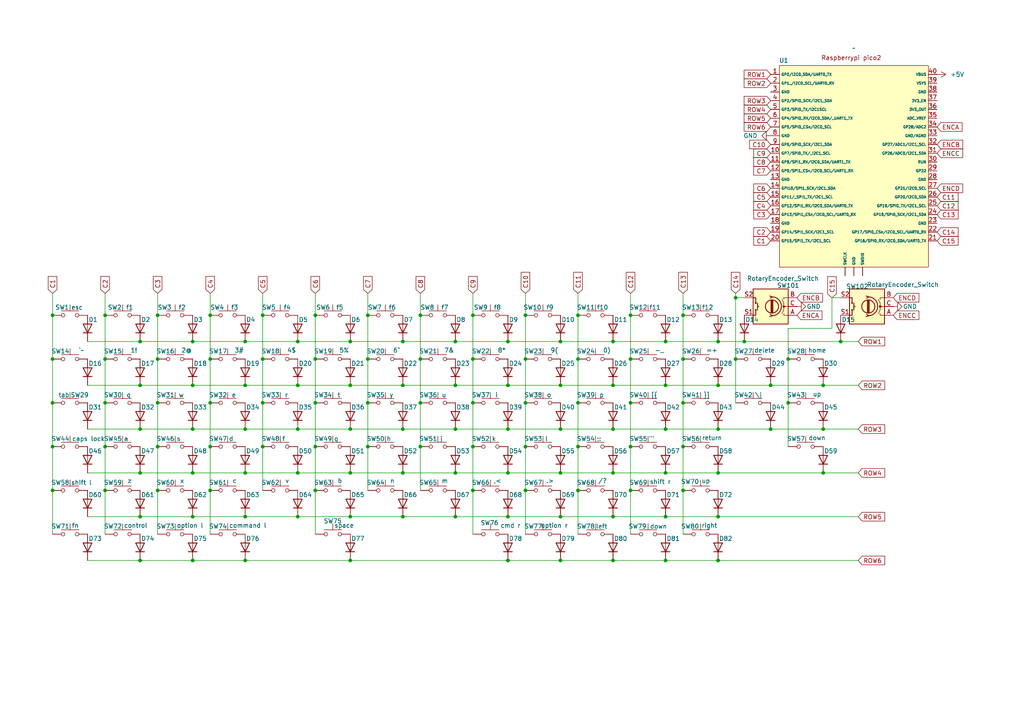
<source format=kicad_sch>
(kicad_sch (version 20250114) (generator "eeschema") (generator_version "9.0")
  (paper "A4")
  (junction (at 55.88 162.56))
  (junction (at 137.16 116.84))
  (junction (at 91.44 91.44))
  (junction (at 208.28 137.16))
  (junction (at 60.96 129.54))
  (junction (at 193.04 124.46))
  (junction (at 132.08 124.46))
  (junction (at 193.04 149.86))
  (junction (at 76.2 129.54))
  (junction (at 101.6 124.46))
  (junction (at 121.92 116.84))
  (junction (at 198.12 129.54))
  (junction (at 215.9 99.06))
  (junction (at 177.8 162.56))
  (junction (at 132.08 111.76))
  (junction (at 30.48 104.14))
  (junction (at 177.8 99.06))
  (junction (at 152.4 129.54))
  (junction (at 177.8 149.86))
  (junction (at 167.64 129.54))
  (junction (at 208.28 111.76))
  (junction (at 121.92 129.54))
  (junction (at 147.32 162.56))
  (junction (at 86.36 124.46))
  (junction (at 60.96 116.84))
  (junction (at 162.56 111.76))
  (junction (at 198.12 104.14))
  (junction (at 243.84 99.06))
  (junction (at 91.44 104.14))
  (junction (at 132.08 149.86))
  (junction (at 76.2 91.44))
  (junction (at 177.8 111.76))
  (junction (at 116.84 124.46))
  (junction (at 91.44 116.84))
  (junction (at 167.64 104.14))
  (junction (at 116.84 137.16))
  (junction (at 55.88 149.86))
  (junction (at 71.12 137.16))
  (junction (at 60.96 142.24))
  (junction (at 182.88 129.54))
  (junction (at 152.4 91.44))
  (junction (at 152.4 142.24))
  (junction (at 167.64 116.84))
  (junction (at 55.88 124.46))
  (junction (at 121.92 91.44))
  (junction (at 106.68 104.14))
  (junction (at 106.68 129.54))
  (junction (at 45.72 142.24))
  (junction (at 116.84 111.76))
  (junction (at 106.68 91.44))
  (junction (at 147.32 99.06))
  (junction (at 167.64 91.44))
  (junction (at 198.12 116.84))
  (junction (at 40.64 124.46))
  (junction (at 162.56 99.06))
  (junction (at 101.6 111.76))
  (junction (at 76.2 104.14))
  (junction (at 86.36 99.06))
  (junction (at 40.64 149.86))
  (junction (at 45.72 129.54))
  (junction (at 101.6 149.86))
  (junction (at 40.64 99.06))
  (junction (at 238.76 111.76))
  (junction (at 106.68 116.84))
  (junction (at 71.12 99.06))
  (junction (at 147.32 111.76))
  (junction (at 208.28 149.86))
  (junction (at 116.84 99.06))
  (junction (at 86.36 137.16))
  (junction (at 208.28 162.56))
  (junction (at 86.36 149.86))
  (junction (at 76.2 116.84))
  (junction (at 137.16 104.14))
  (junction (at 213.36 86.36))
  (junction (at 162.56 137.16))
  (junction (at 193.04 162.56))
  (junction (at 228.6 116.84))
  (junction (at 193.04 111.76))
  (junction (at 182.88 104.14))
  (junction (at 167.64 142.24))
  (junction (at 91.44 129.54))
  (junction (at 193.04 99.06))
  (junction (at 162.56 149.86))
  (junction (at 162.56 124.46))
  (junction (at 147.32 124.46))
  (junction (at 137.16 142.24))
  (junction (at 15.24 116.84))
  (junction (at 208.28 124.46))
  (junction (at 55.88 99.06))
  (junction (at 182.88 91.44))
  (junction (at 147.32 149.86))
  (junction (at 223.52 111.76))
  (junction (at 152.4 104.14))
  (junction (at 238.76 124.46))
  (junction (at 86.36 111.76))
  (junction (at 60.96 91.44))
  (junction (at 101.6 137.16))
  (junction (at 45.72 91.44))
  (junction (at 55.88 111.76))
  (junction (at 193.04 137.16))
  (junction (at 30.48 142.24))
  (junction (at 71.12 111.76))
  (junction (at 208.28 99.06))
  (junction (at 71.12 162.56))
  (junction (at 213.36 104.14))
  (junction (at 147.32 137.16))
  (junction (at 182.88 142.24))
  (junction (at 45.72 104.14))
  (junction (at 15.24 104.14))
  (junction (at 101.6 99.06))
  (junction (at 40.64 162.56))
  (junction (at 40.64 137.16))
  (junction (at 101.6 162.56))
  (junction (at 132.08 137.16))
  (junction (at 45.72 116.84))
  (junction (at 30.48 116.84))
  (junction (at 177.8 137.16))
  (junction (at 223.52 124.46))
  (junction (at 116.84 149.86))
  (junction (at 30.48 129.54))
  (junction (at 71.12 149.86))
  (junction (at 137.16 91.44))
  (junction (at 238.76 137.16))
  (junction (at 15.24 142.24))
  (junction (at 15.24 129.54))
  (junction (at 137.16 129.54))
  (junction (at 91.44 142.24))
  (junction (at 152.4 116.84))
  (junction (at 15.24 91.44))
  (junction (at 71.12 124.46))
  (junction (at 198.12 142.24))
  (junction (at 132.08 99.06))
  (junction (at 182.88 116.84))
  (junction (at 30.48 91.44))
  (junction (at 228.6 104.14))
  (junction (at 55.88 137.16))
  (junction (at 198.12 91.44))
  (junction (at 40.64 111.76))
  (junction (at 177.8 124.46))
  (junction (at 60.96 104.14))
  (junction (at 162.56 162.56))
  (junction (at 121.92 104.14))
  (wire (pts (xy 40.64 162.56) (xy 55.88 162.56)))
  (wire (pts (xy 25.4 124.46) (xy 40.64 124.46)))
  (wire (pts (xy 162.56 99.06) (xy 177.8 99.06)))
  (wire (pts (xy 193.04 162.56) (xy 208.28 162.56)))
  (wire (pts (xy 132.08 149.86) (xy 147.32 149.86)))
  (wire (pts (xy 147.32 162.56) (xy 162.56 162.56)))
  (wire (pts (xy 152.4 116.84) (xy 152.4 129.54)))
  (wire (pts (xy 208.28 162.56) (xy 248.92 162.56)))
  (wire (pts (xy 25.4 111.76) (xy 40.64 111.76)))
  (wire (pts (xy 30.48 91.44) (xy 30.48 104.14)))
  (wire (pts (xy 137.16 116.84) (xy 137.16 129.54)))
  (wire (pts (xy 116.84 124.46) (xy 132.08 124.46)))
  (wire (pts (xy 167.64 142.24) (xy 167.64 154.94)))
  (wire (pts (xy 215.9 99.06) (xy 243.84 99.06)))
  (wire (pts (xy 223.52 111.76) (xy 238.76 111.76)))
  (wire (pts (xy 208.28 111.76) (xy 223.52 111.76)))
  (wire (pts (xy 162.56 137.16) (xy 177.8 137.16)))
  (wire (pts (xy 193.04 137.16) (xy 208.28 137.16)))
  (wire (pts (xy 25.4 137.16) (xy 40.64 137.16)))
  (wire (pts (xy 223.52 124.46) (xy 238.76 124.46)))
  (wire (pts (xy 182.88 91.44) (xy 182.88 104.14)))
  (wire (pts (xy 132.08 111.76) (xy 147.32 111.76)))
  (wire (pts (xy 15.24 104.14) (xy 15.24 116.84)))
  (wire (pts (xy 241.3 86.36) (xy 243.84 86.36)))
  (wire (pts (xy 55.88 137.16) (xy 71.12 137.16)))
  (wire (pts (xy 45.72 116.84) (xy 45.72 129.54)))
  (wire (pts (xy 177.8 111.76) (xy 193.04 111.76)))
  (wire (pts (xy 86.36 99.06) (xy 101.6 99.06)))
  (wire (pts (xy 182.88 129.54) (xy 182.88 142.24)))
  (wire (pts (xy 101.6 149.86) (xy 116.84 149.86)))
  (wire (pts (xy 40.64 99.06) (xy 55.88 99.06)))
  (wire (pts (xy 71.12 99.06) (xy 86.36 99.06)))
  (wire (pts (xy 213.36 86.36) (xy 215.9 86.36)))
  (wire (pts (xy 30.48 142.24) (xy 30.48 154.94)))
  (wire (pts (xy 106.68 129.54) (xy 106.68 142.24)))
  (wire (pts (xy 193.04 99.06) (xy 208.28 99.06)))
  (wire (pts (xy 91.44 91.44) (xy 91.44 104.14)))
  (wire (pts (xy 71.12 111.76) (xy 86.36 111.76)))
  (wire (pts (xy 132.08 99.06) (xy 147.32 99.06)))
  (wire (pts (xy 162.56 162.56) (xy 177.8 162.56)))
  (wire (pts (xy 241.3 86.36) (xy 241.3 95.25)))
  (wire (pts (xy 121.92 104.14) (xy 121.92 116.84)))
  (wire (pts (xy 198.12 91.44) (xy 198.12 104.14)))
  (wire (pts (xy 208.28 137.16) (xy 238.76 137.16)))
  (wire (pts (xy 182.88 142.24) (xy 182.88 154.94)))
  (wire (pts (xy 40.64 137.16) (xy 55.88 137.16)))
  (wire (pts (xy 71.12 124.46) (xy 86.36 124.46)))
  (wire (pts (xy 228.6 95.25) (xy 241.3 95.25)))
  (wire (pts (xy 25.4 99.06) (xy 40.64 99.06)))
  (wire (pts (xy 76.2 129.54) (xy 76.2 142.24)))
  (wire (pts (xy 30.48 129.54) (xy 30.48 142.24)))
  (wire (pts (xy 162.56 111.76) (xy 177.8 111.76)))
  (wire (pts (xy 121.92 116.84) (xy 121.92 129.54)))
  (wire (pts (xy 101.6 99.06) (xy 116.84 99.06)))
  (wire (pts (xy 193.04 149.86) (xy 208.28 149.86)))
  (wire (pts (xy 121.92 129.54) (xy 121.92 142.24)))
  (wire (pts (xy 198.12 129.54) (xy 198.12 142.24)))
  (wire (pts (xy 15.24 116.84) (xy 15.24 129.54)))
  (wire (pts (xy 116.84 111.76) (xy 132.08 111.76)))
  (wire (pts (xy 152.4 142.24) (xy 152.4 154.94)))
  (wire (pts (xy 213.36 85.09) (xy 213.36 86.36)))
  (wire (pts (xy 91.44 129.54) (xy 91.44 142.24)))
  (wire (pts (xy 167.64 85.09) (xy 167.64 91.44)))
  (wire (pts (xy 208.28 149.86) (xy 248.92 149.86)))
  (wire (pts (xy 101.6 111.76) (xy 116.84 111.76)))
  (wire (pts (xy 30.48 116.84) (xy 30.48 129.54)))
  (wire (pts (xy 167.64 104.14) (xy 167.64 116.84)))
  (wire (pts (xy 76.2 91.44) (xy 76.2 104.14)))
  (wire (pts (xy 137.16 104.14) (xy 137.16 116.84)))
  (wire (pts (xy 152.4 104.14) (xy 152.4 116.84)))
  (wire (pts (xy 91.44 104.14) (xy 91.44 116.84)))
  (wire (pts (xy 116.84 149.86) (xy 132.08 149.86)))
  (wire (pts (xy 15.24 142.24) (xy 15.24 154.94)))
  (wire (pts (xy 45.72 129.54) (xy 45.72 142.24)))
  (wire (pts (xy 15.24 85.09) (xy 15.24 91.44)))
  (wire (pts (xy 25.4 162.56) (xy 40.64 162.56)))
  (wire (pts (xy 71.12 162.56) (xy 101.6 162.56)))
  (wire (pts (xy 71.12 149.86) (xy 86.36 149.86)))
  (wire (pts (xy 30.48 104.14) (xy 30.48 116.84)))
  (wire (pts (xy 162.56 124.46) (xy 177.8 124.46)))
  (wire (pts (xy 101.6 124.46) (xy 116.84 124.46)))
  (wire (pts (xy 45.72 91.44) (xy 45.72 104.14)))
  (wire (pts (xy 238.76 124.46) (xy 248.92 124.46)))
  (wire (pts (xy 152.4 91.44) (xy 152.4 104.14)))
  (wire (pts (xy 198.12 85.09) (xy 198.12 91.44)))
  (wire (pts (xy 101.6 137.16) (xy 116.84 137.16)))
  (wire (pts (xy 193.04 124.46) (xy 208.28 124.46)))
  (wire (pts (xy 76.2 116.84) (xy 76.2 129.54)))
  (wire (pts (xy 76.2 104.14) (xy 76.2 116.84)))
  (wire (pts (xy 198.12 104.14) (xy 198.12 116.84)))
  (wire (pts (xy 60.96 104.14) (xy 60.96 116.84)))
  (wire (pts (xy 152.4 85.09) (xy 152.4 91.44)))
  (wire (pts (xy 106.68 85.09) (xy 106.68 91.44)))
  (wire (pts (xy 177.8 137.16) (xy 193.04 137.16)))
  (wire (pts (xy 45.72 142.24) (xy 45.72 154.94)))
  (wire (pts (xy 162.56 149.86) (xy 177.8 149.86)))
  (wire (pts (xy 106.68 91.44) (xy 106.68 104.14)))
  (wire (pts (xy 132.08 124.46) (xy 147.32 124.46)))
  (wire (pts (xy 177.8 99.06) (xy 193.04 99.06)))
  (wire (pts (xy 15.24 91.44) (xy 15.24 104.14)))
  (wire (pts (xy 243.84 99.06) (xy 248.92 99.06)))
  (wire (pts (xy 55.88 99.06) (xy 71.12 99.06)))
  (wire (pts (xy 106.68 104.14) (xy 106.68 116.84)))
  (wire (pts (xy 228.6 95.25) (xy 228.6 104.14)))
  (wire (pts (xy 147.32 99.06) (xy 162.56 99.06)))
  (wire (pts (xy 91.44 142.24) (xy 91.44 154.94)))
  (wire (pts (xy 60.96 85.09) (xy 60.96 91.44)))
  (wire (pts (xy 15.24 129.54) (xy 15.24 142.24)))
  (wire (pts (xy 116.84 137.16) (xy 132.08 137.16)))
  (wire (pts (xy 177.8 124.46) (xy 193.04 124.46)))
  (wire (pts (xy 177.8 149.86) (xy 193.04 149.86)))
  (wire (pts (xy 132.08 137.16) (xy 147.32 137.16)))
  (wire (pts (xy 86.36 111.76) (xy 101.6 111.76)))
  (wire (pts (xy 177.8 162.56) (xy 193.04 162.56)))
  (wire (pts (xy 137.16 142.24) (xy 137.16 154.94)))
  (wire (pts (xy 86.36 149.86) (xy 101.6 149.86)))
  (wire (pts (xy 55.88 149.86) (xy 71.12 149.86)))
  (wire (pts (xy 40.64 111.76) (xy 55.88 111.76)))
  (wire (pts (xy 40.64 149.86) (xy 55.88 149.86)))
  (wire (pts (xy 55.88 162.56) (xy 71.12 162.56)))
  (wire (pts (xy 147.32 137.16) (xy 162.56 137.16)))
  (wire (pts (xy 238.76 111.76) (xy 248.92 111.76)))
  (wire (pts (xy 228.6 116.84) (xy 228.6 129.54)))
  (wire (pts (xy 55.88 124.46) (xy 71.12 124.46)))
  (wire (pts (xy 91.44 85.09) (xy 91.44 91.44)))
  (wire (pts (xy 60.96 129.54) (xy 60.96 142.24)))
  (wire (pts (xy 193.04 111.76) (xy 208.28 111.76)))
  (wire (pts (xy 71.12 137.16) (xy 86.36 137.16)))
  (wire (pts (xy 30.48 85.09) (xy 30.48 91.44)))
  (wire (pts (xy 116.84 99.06) (xy 132.08 99.06)))
  (wire (pts (xy 60.96 116.84) (xy 60.96 129.54)))
  (wire (pts (xy 45.72 85.09) (xy 45.72 91.44)))
  (wire (pts (xy 91.44 116.84) (xy 91.44 129.54)))
  (wire (pts (xy 167.64 129.54) (xy 167.64 142.24)))
  (wire (pts (xy 55.88 111.76) (xy 71.12 111.76)))
  (wire (pts (xy 137.16 129.54) (xy 137.16 142.24)))
  (wire (pts (xy 198.12 116.84) (xy 198.12 129.54)))
  (wire (pts (xy 101.6 162.56) (xy 147.32 162.56)))
  (wire (pts (xy 106.68 116.84) (xy 106.68 129.54)))
  (wire (pts (xy 182.88 85.09) (xy 182.88 91.44)))
  (wire (pts (xy 121.92 85.09) (xy 121.92 91.44)))
  (wire (pts (xy 121.92 91.44) (xy 121.92 104.14)))
  (wire (pts (xy 213.36 104.14) (xy 213.36 116.84)))
  (wire (pts (xy 137.16 91.44) (xy 137.16 104.14)))
  (wire (pts (xy 45.72 104.14) (xy 45.72 116.84)))
  (wire (pts (xy 60.96 142.24) (xy 60.96 154.94)))
  (wire (pts (xy 182.88 104.14) (xy 182.88 116.84)))
  (wire (pts (xy 86.36 137.16) (xy 101.6 137.16)))
  (wire (pts (xy 213.36 86.36) (xy 213.36 104.14)))
  (wire (pts (xy 25.4 149.86) (xy 40.64 149.86)))
  (wire (pts (xy 167.64 91.44) (xy 167.64 104.14)))
  (wire (pts (xy 198.12 142.24) (xy 198.12 154.94)))
  (wire (pts (xy 238.76 137.16) (xy 248.92 137.16)))
  (wire (pts (xy 86.36 124.46) (xy 101.6 124.46)))
  (wire (pts (xy 182.88 116.84) (xy 182.88 129.54)))
  (wire (pts (xy 40.64 124.46) (xy 55.88 124.46)))
  (wire (pts (xy 60.96 91.44) (xy 60.96 104.14)))
  (wire (pts (xy 228.6 104.14) (xy 228.6 116.84)))
  (wire (pts (xy 147.32 124.46) (xy 162.56 124.46)))
  (wire (pts (xy 208.28 124.46) (xy 223.52 124.46)))
  (wire (pts (xy 167.64 116.84) (xy 167.64 129.54)))
  (wire (pts (xy 147.32 149.86) (xy 162.56 149.86)))
  (wire (pts (xy 137.16 85.09) (xy 137.16 91.44)))
  (wire (pts (xy 152.4 129.54) (xy 152.4 142.24)))
  (wire (pts (xy 76.2 85.09) (xy 76.2 91.44)))
  (wire (pts (xy 147.32 111.76) (xy 162.56 111.76)))
  (wire (pts (xy 208.28 99.06) (xy 215.9 99.06)))
  (global_label "C6" (shape input) (at 223.52 54.61 180) (property "Intersheetrefs" "${INTERSHEET_REFS}" (effects (hide yes))))
  (global_label "C1" (shape input) (at 223.52 69.85 180) (property "Intersheetrefs" "${INTERSHEET_REFS}" (effects (hide yes))))
  (global_label "C11" (shape input) (at 271.78 57.15 0) (property "Intersheetrefs" "${INTERSHEET_REFS}" (effects (hide yes))))
  (global_label "ROW1" (shape input) (at 223.52 21.59 180) (property "Intersheetrefs" "${INTERSHEET_REFS}" (effects (hide yes))))
  (global_label "ENCA" (shape input) (at 231.14 91.44 0) (property "Intersheetrefs" "${INTERSHEET_REFS}" (effects (hide yes))))
  (global_label "C2" (shape input) (at 30.48 85.09 90) (property "Intersheetrefs" "${INTERSHEET_REFS}" (effects (hide yes))))
  (global_label "ROW3" (shape input) (at 248.92 124.46 0) (property "Intersheetrefs" "${INTERSHEET_REFS}" (effects (hide yes))))
  (global_label "C7" (shape input) (at 223.52 49.53 180) (property "Intersheetrefs" "${INTERSHEET_REFS}" (effects (hide yes))))
  (global_label "C12" (shape input) (at 271.78 59.69 0) (property "Intersheetrefs" "${INTERSHEET_REFS}" (effects (hide yes))))
  (global_label "ENCC" (shape input) (at 271.78 44.45 0) (property "Intersheetrefs" "${INTERSHEET_REFS}" (effects (hide yes))))
  (global_label "C8" (shape input) (at 223.52 46.99 180) (property "Intersheetrefs" "${INTERSHEET_REFS}" (effects (hide yes))))
  (global_label "ROW4" (shape input) (at 248.92 137.16 0) (property "Intersheetrefs" "${INTERSHEET_REFS}" (effects (hide yes))))
  (global_label "C3" (shape input) (at 45.72 85.09 90) (property "Intersheetrefs" "${INTERSHEET_REFS}" (effects (hide yes))))
  (global_label "ENCA" (shape input) (at 271.78 36.83 0) (property "Intersheetrefs" "${INTERSHEET_REFS}" (effects (hide yes))))
  (global_label "C4" (shape input) (at 60.96 85.09 90) (property "Intersheetrefs" "${INTERSHEET_REFS}" (effects (hide yes))))
  (global_label "C1" (shape input) (at 15.24 85.09 90) (property "Intersheetrefs" "${INTERSHEET_REFS}" (effects (hide yes))))
  (global_label "C15" (shape input) (at 271.78 69.85 0) (property "Intersheetrefs" "${INTERSHEET_REFS}" (effects (hide yes))))
  (global_label "ROW5" (shape input) (at 223.52 34.29 180) (property "Intersheetrefs" "${INTERSHEET_REFS}" (effects (hide yes))))
  (global_label "ROW6" (shape input) (at 248.92 162.56 0) (property "Intersheetrefs" "${INTERSHEET_REFS}" (effects (hide yes))))
  (global_label "C6" (shape input) (at 91.44 85.09 90) (property "Intersheetrefs" "${INTERSHEET_REFS}" (effects (hide yes))))
  (global_label "C13" (shape input) (at 198.12 85.09 90) (property "Intersheetrefs" "${INTERSHEET_REFS}" (effects (hide yes))))
  (global_label "C3" (shape input) (at 223.52 62.23 180) (property "Intersheetrefs" "${INTERSHEET_REFS}" (effects (hide yes))))
  (global_label "C15" (shape input) (at 241.3 86.36 90) (property "Intersheetrefs" "${INTERSHEET_REFS}" (effects (hide yes))))
  (global_label "C8" (shape input) (at 121.92 85.09 90) (property "Intersheetrefs" "${INTERSHEET_REFS}" (effects (hide yes))))
  (global_label "ROW1" (shape input) (at 248.92 99.06 0) (property "Intersheetrefs" "${INTERSHEET_REFS}" (effects (hide yes))))
  (global_label "ENCB" (shape input) (at 271.78 41.91 0) (property "Intersheetrefs" "${INTERSHEET_REFS}" (effects (hide yes))))
  (global_label "C7" (shape input) (at 106.68 85.09 90) (property "Intersheetrefs" "${INTERSHEET_REFS}" (effects (hide yes))))
  (global_label "C12" (shape input) (at 182.88 85.09 90) (property "Intersheetrefs" "${INTERSHEET_REFS}" (effects (hide yes))))
  (global_label "C10" (shape input) (at 223.52 41.91 180) (property "Intersheetrefs" "${INTERSHEET_REFS}" (effects (hide yes))))
  (global_label "ENCD" (shape input) (at 271.78 54.61 0) (property "Intersheetrefs" "${INTERSHEET_REFS}" (effects (hide yes))))
  (global_label "ENCC" (shape input) (at 259.08 91.44 0) (property "Intersheetrefs" "${INTERSHEET_REFS}" (effects (hide yes))))
  (global_label "ROW2" (shape input) (at 248.92 111.76 0) (property "Intersheetrefs" "${INTERSHEET_REFS}" (effects (hide yes))))
  (global_label "C14" (shape input) (at 213.36 85.09 90) (property "Intersheetrefs" "${INTERSHEET_REFS}" (effects (hide yes))))
  (global_label "ENCB" (shape input) (at 231.14 86.36 0) (property "Intersheetrefs" "${INTERSHEET_REFS}" (effects (hide yes))))
  (global_label "C14" (shape input) (at 271.78 67.31 0) (property "Intersheetrefs" "${INTERSHEET_REFS}" (effects (hide yes))))
  (global_label "ROW2" (shape input) (at 223.52 24.13 180) (property "Intersheetrefs" "${INTERSHEET_REFS}" (effects (hide yes))))
  (global_label "C9" (shape input) (at 137.16 85.09 90) (property "Intersheetrefs" "${INTERSHEET_REFS}" (effects (hide yes))))
  (global_label "C10" (shape input) (at 152.4 85.09 90) (property "Intersheetrefs" "${INTERSHEET_REFS}" (effects (hide yes))))
  (global_label "C13" (shape input) (at 271.78 62.23 0) (property "Intersheetrefs" "${INTERSHEET_REFS}" (effects (hide yes))))
  (global_label "C2" (shape input) (at 223.52 67.31 180) (property "Intersheetrefs" "${INTERSHEET_REFS}" (effects (hide yes))))
  (global_label "ENCD" (shape input) (at 259.08 86.36 0) (property "Intersheetrefs" "${INTERSHEET_REFS}" (effects (hide yes))))
  (global_label "C5" (shape input) (at 223.52 57.15 180) (property "Intersheetrefs" "${INTERSHEET_REFS}" (effects (hide yes))))
  (global_label "C4" (shape input) (at 223.52 59.69 180) (property "Intersheetrefs" "${INTERSHEET_REFS}" (effects (hide yes))))
  (global_label "C9" (shape input) (at 223.52 44.45 180) (property "Intersheetrefs" "${INTERSHEET_REFS}" (effects (hide yes))))
  (global_label "ROW5" (shape input) (at 248.92 149.86 0) (property "Intersheetrefs" "${INTERSHEET_REFS}" (effects (hide yes))))
  (global_label "ROW3" (shape input) (at 223.52 29.21 180) (property "Intersheetrefs" "${INTERSHEET_REFS}" (effects (hide yes))))
  (global_label "ROW6" (shape input) (at 223.52 36.83 180) (property "Intersheetrefs" "${INTERSHEET_REFS}" (effects (hide yes))))
  (global_label "C11" (shape input) (at 167.64 85.09 90) (property "Intersheetrefs" "${INTERSHEET_REFS}" (effects (hide yes))))
  (global_label "C5" (shape input) (at 76.2 85.09 90) (property "Intersheetrefs" "${INTERSHEET_REFS}" (effects (hide yes))))
  (global_label "ROW4" (shape input) (at 223.52 31.75 180) (property "Intersheetrefs" "${INTERSHEET_REFS}" (effects (hide yes))))
  (symbol (lib_id "Device:D") (at 162.56 146.05 90) (unit 1)
    (property "Reference" "D69" (at 162.814 143.51 90) (effects (justify right)))
    (property "Value" "D" (effects (hide yes)))
    (property "Footprint" "Diode_THT:D_DO-35_SOD27_P7.62mm_Horizontal" (effects (hide yes)))
    (property "Description" "Diode" (effects (hide yes)))
    (property "Sim.Device" "D" (effects (hide yes)))
    (property "Sim.Pins" "1=K 2=A" (effects (hide yes)))
  )
  (symbol (lib_id "Switch:SW_Push") (at 142.24 142.24 0) (unit 1)
    (property "Reference" "SW66" (at 139.446 139.954 0))
    (property "Value" ",<" (at 144.272 139.446 0))
    (property "Footprint" "Button_Switch_Keyboard:SW_Cherry_MX_1.00u_PCB" (effects (hide yes)))
    (property "Description" "Push button switch, generic, two pins" (effects (hide yes)))
  )
  (symbol (lib_id "Device:D") (at 162.56 120.65 90) (unit 1)
    (property "Reference" "D40" (at 162.814 118.11 90) (effects (justify right)))
    (property "Value" "D" (effects (hide yes)))
    (property "Footprint" "Diode_THT:D_DO-35_SOD27_P7.62mm_Horizontal" (effects (hide yes)))
    (property "Description" "Diode" (effects (hide yes)))
    (property "Sim.Device" "D" (effects (hide yes)))
    (property "Sim.Pins" "1=K 2=A" (effects (hide yes)))
  )
  (symbol (lib_id "Switch:SW_Push") (at 157.48 129.54 0) (unit 1)
    (property "Reference" "SW53" (at 154.686 127.254 0))
    (property "Value" "l" (at 158.496 127.254 0))
    (property "Footprint" "Button_Switch_Keyboard:SW_Cherry_MX_1.00u_PCB" (effects (hide yes)))
    (property "Description" "Push button switch, generic, two pins" (effects (hide yes)))
  )
  (symbol (lib_id "Device:D") (at 208.28 158.75 90) (unit 1)
    (property "Reference" "D82" (at 208.534 156.21 90) (effects (justify right)))
    (property "Value" "D" (effects (hide yes)))
    (property "Footprint" "Diode_THT:D_DO-35_SOD27_P7.62mm_Horizontal" (effects (hide yes)))
    (property "Description" "Diode" (effects (hide yes)))
    (property "Sim.Device" "D" (effects (hide yes)))
    (property "Sim.Pins" "1=K 2=A" (effects (hide yes)))
  )
  (symbol (lib_id "Switch:SW_Push") (at 66.04 129.54 0) (unit 1)
    (property "Reference" "SW47" (at 63.246 127.254 0))
    (property "Value" "d" (at 67.056 127.254 0))
    (property "Footprint" "Button_Switch_Keyboard:SW_Cherry_MX_1.00u_PCB" (effects (hide yes)))
    (property "Description" "Push button switch, generic, two pins" (effects (hide yes)))
  )
  (symbol (lib_id "Device:D") (at 162.56 133.35 90) (unit 1)
    (property "Reference" "D55" (at 162.814 130.81 90) (effects (justify right)))
    (property "Value" "D" (effects (hide yes)))
    (property "Footprint" "Diode_THT:D_DO-35_SOD27_P7.62mm_Horizontal" (effects (hide yes)))
    (property "Description" "Diode" (effects (hide yes)))
    (property "Sim.Device" "D" (effects (hide yes)))
    (property "Sim.Pins" "1=K 2=A" (effects (hide yes)))
  )
  (symbol (lib_id "Switch:SW_Push") (at 127 129.54 0) (unit 1)
    (property "Reference" "SW51" (at 124.206 127.254 0))
    (property "Value" "j" (at 128.016 127.254 0))
    (property "Footprint" "Button_Switch_Keyboard:SW_Cherry_MX_1.00u_PCB" (effects (hide yes)))
    (property "Description" "Push button switch, generic, two pins" (effects (hide yes)))
  )
  (symbol (lib_id "Device:D") (at 238.76 120.65 90) (unit 1)
    (property "Reference" "D45" (at 239.014 118.11 90) (effects (justify right)))
    (property "Value" "D" (effects (hide yes)))
    (property "Footprint" "Diode_THT:D_DO-35_SOD27_P7.62mm_Horizontal" (effects (hide yes)))
    (property "Description" "Diode" (effects (hide yes)))
    (property "Sim.Device" "D" (effects (hide yes)))
    (property "Sim.Pins" "1=K 2=A" (effects (hide yes)))
  )
  (symbol (lib_id "Device:D") (at 177.8 95.25 90) (unit 1)
    (property "Reference" "D11" (at 178.054 92.71 90) (effects (justify right)))
    (property "Value" "D" (effects (hide yes)))
    (property "Footprint" "Diode_THT:D_DO-35_SOD27_P7.62mm_Horizontal" (effects (hide yes)))
    (property "Description" "Diode" (effects (hide yes)))
    (property "Sim.Device" "D" (effects (hide yes)))
    (property "Sim.Pins" "1=K 2=A" (effects (hide yes)))
  )
  (symbol (lib_id "Device:D") (at 193.04 146.05 90) (unit 1)
    (property "Reference" "D71" (at 193.294 143.51 90) (effects (justify right)))
    (property "Value" "D" (effects (hide yes)))
    (property "Footprint" "Diode_THT:D_DO-35_SOD27_P7.62mm_Horizontal" (effects (hide yes)))
    (property "Description" "Diode" (effects (hide yes)))
    (property "Sim.Device" "D" (effects (hide yes)))
    (property "Sim.Pins" "1=K 2=A" (effects (hide yes)))
  )
  (symbol (lib_id "Device:D") (at 177.8 120.65 90) (unit 1)
    (property "Reference" "D41" (at 178.054 118.11 90) (effects (justify right)))
    (property "Value" "D" (effects (hide yes)))
    (property "Footprint" "Diode_THT:D_DO-35_SOD27_P7.62mm_Horizontal" (effects (hide yes)))
    (property "Description" "Diode" (effects (hide yes)))
    (property "Sim.Device" "D" (effects (hide yes)))
    (property "Sim.Pins" "1=K 2=A" (effects (hide yes)))
  )
  (symbol (lib_id "Switch:SW_Push") (at 20.32 116.84 0) (mirror y) (unit 1)
    (property "Reference" "SW29" (at 23.114 114.554 0))
    (property "Value" "tab" (at 18.542 114.554 0))
    (property "Footprint" "Button_Switch_Keyboard:SW_Cherry_MX_1.50u_PCB" (effects (hide yes)))
    (property "Description" "Push button switch, generic, two pins" (effects (hide yes)))
  )
  (symbol (lib_id "Switch:SW_Push") (at 187.96 116.84 0) (unit 1)
    (property "Reference" "SW40" (at 185.166 114.554 0))
    (property "Value" "[{" (at 189.738 114.554 0))
    (property "Footprint" "Button_Switch_Keyboard:SW_Cherry_MX_1.00u_PCB" (effects (hide yes)))
    (property "Description" "Push button switch, generic, two pins" (effects (hide yes)))
  )
  (symbol (lib_id "Device:D") (at 101.6 146.05 90) (unit 1)
    (property "Reference" "D65" (at 101.854 143.51 90) (effects (justify right)))
    (property "Value" "D" (effects (hide yes)))
    (property "Footprint" "Diode_THT:D_DO-35_SOD27_P7.62mm_Horizontal" (effects (hide yes)))
    (property "Description" "Diode" (effects (hide yes)))
    (property "Sim.Device" "D" (effects (hide yes)))
    (property "Sim.Pins" "1=K 2=A" (effects (hide yes)))
  )
  (symbol (lib_id "Switch:SW_Push") (at 233.68 129.54 0) (unit 1)
    (property "Reference" "SW57" (at 230.886 127.254 0))
    (property "Value" "down" (at 236.982 127 0))
    (property "Footprint" "Button_Switch_Keyboard:SW_Cherry_MX_1.00u_PCB" (effects (hide yes)))
    (property "Description" "Push button switch, generic, two pins" (effects (hide yes)))
  )
  (symbol (lib_id "Device:D") (at 116.84 133.35 90) (unit 1)
    (property "Reference" "D52" (at 117.094 130.81 90) (effects (justify right)))
    (property "Value" "D" (effects (hide yes)))
    (property "Footprint" "Diode_THT:D_DO-35_SOD27_P7.62mm_Horizontal" (effects (hide yes)))
    (property "Description" "Diode" (effects (hide yes)))
    (property "Sim.Device" "D" (effects (hide yes)))
    (property "Sim.Pins" "1=K 2=A" (effects (hide yes)))
  )
  (symbol (lib_id "Device:D") (at 55.88 107.95 90) (unit 1)
    (property "Reference" "D18" (at 56.134 105.41 90) (effects (justify right)))
    (property "Value" "D" (effects (hide yes)))
    (property "Footprint" "Diode_THT:D_DO-35_SOD27_P7.62mm_Horizontal" (effects (hide yes)))
    (property "Description" "Diode" (effects (hide yes)))
    (property "Sim.Device" "D" (effects (hide yes)))
    (property "Sim.Pins" "1=K 2=A" (effects (hide yes)))
  )
  (symbol (lib_id "Switch:SW_Push") (at 111.76 142.24 0) (unit 1)
    (property "Reference" "SW64" (at 108.966 139.954 0))
    (property "Value" "n" (at 113.792 139.446 0))
    (property "Footprint" "Button_Switch_Keyboard:SW_Cherry_MX_1.00u_PCB" (effects (hide yes)))
    (property "Description" "Push button switch, generic, two pins" (effects (hide yes)))
  )
  (symbol (lib_id "Device:D") (at 223.52 107.95 90) (unit 1)
    (property "Reference" "D29" (at 223.774 105.41 90) (effects (justify right)))
    (property "Value" "D" (effects (hide yes)))
    (property "Footprint" "Diode_THT:D_DO-35_SOD27_P7.62mm_Horizontal" (effects (hide yes)))
    (property "Description" "Diode" (effects (hide yes)))
    (property "Sim.Device" "D" (effects (hide yes)))
    (property "Sim.Pins" "1=K 2=A" (effects (hide yes)))
  )
  (symbol (lib_id "Device:D") (at 25.4 107.95 90) (unit 1)
    (property "Reference" "D16" (at 25.654 105.41 90) (effects (justify right)))
    (property "Value" "D" (effects (hide yes)))
    (property "Footprint" "Diode_THT:D_DO-35_SOD27_P7.62mm_Horizontal" (effects (hide yes)))
    (property "Description" "Diode" (effects (hide yes)))
    (property "Sim.Device" "D" (effects (hide yes)))
    (property "Sim.Pins" "1=K 2=A" (effects (hide yes)))
  )
  (symbol (lib_id "Device:D") (at 193.04 107.95 90) (unit 1)
    (property "Reference" "D27" (at 193.294 105.41 90) (effects (justify right)))
    (property "Value" "D" (effects (hide yes)))
    (property "Footprint" "Diode_THT:D_DO-35_SOD27_P7.62mm_Horizontal" (effects (hide yes)))
    (property "Description" "Diode" (effects (hide yes)))
    (property "Sim.Device" "D" (effects (hide yes)))
    (property "Sim.Pins" "1=K 2=A" (effects (hide yes)))
  )
  (symbol (lib_id "Device:D") (at 208.28 95.25 90) (unit 1)
    (property "Reference" "D13" (at 208.534 92.71 90) (effects (justify right)))
    (property "Value" "D" (effects (hide yes)))
    (property "Footprint" "Diode_THT:D_DO-35_SOD27_P7.62mm_Horizontal" (effects (hide yes)))
    (property "Description" "Diode" (effects (hide yes)))
    (property "Sim.Device" "D" (effects (hide yes)))
    (property "Sim.Pins" "1=K 2=A" (effects (hide yes)))
  )
  (symbol (lib_id "Switch:SW_Push") (at 50.8 91.44 0) (unit 1)
    (property "Reference" "SW3" (at 47.752 89.154 0))
    (property "Value" "f2" (at 52.832 89.154 0))
    (property "Footprint" "Button_Switch_Keyboard:SW_Cherry_MX_1.00u_PCB" (effects (hide yes)))
    (property "Description" "Push button switch, generic, two pins" (effects (hide yes)))
  )
  (symbol (lib_id "Raspberrypi pico 2W:U") (at 247.65 41.91 0) (unit 1)
    (property "Reference" "U1" (at 227.33 17.526 0))
    (property "Value" "~" (at 247.65 13.97 0))
    (property "Footprint" "Module:RaspberryPi_Pico_Common_THT" (effects (hide yes)))
  )
  (symbol (lib_id "Device:D") (at 86.36 133.35 90) (unit 1)
    (property "Reference" "D50" (at 86.614 130.81 90) (effects (justify right)))
    (property "Value" "D" (effects (hide yes)))
    (property "Footprint" "Diode_THT:D_DO-35_SOD27_P7.62mm_Horizontal" (effects (hide yes)))
    (property "Description" "Diode" (effects (hide yes)))
    (property "Sim.Device" "D" (effects (hide yes)))
    (property "Sim.Pins" "1=K 2=A" (effects (hide yes)))
  )
  (symbol (lib_id "Switch:SW_Push") (at 203.2 104.14 0) (unit 1)
    (property "Reference" "SW26" (at 200.406 101.854 0))
    (property "Value" "=+" (at 206.502 101.6 0))
    (property "Footprint" "Button_Switch_Keyboard:SW_Cherry_MX_1.00u_PCB" (effects (hide yes)))
    (property "Description" "Push button switch, generic, two pins" (effects (hide yes)))
  )
  (symbol (lib_id "Switch:SW_Push") (at 142.24 116.84 0) (unit 1)
    (property "Reference" "SW37" (at 139.446 114.554 0))
    (property "Value" "i" (at 144.018 114.554 0))
    (property "Footprint" "Button_Switch_Keyboard:SW_Cherry_MX_1.00u_PCB" (effects (hide yes)))
    (property "Description" "Push button switch, generic, two pins" (effects (hide yes)))
  )
  (symbol (lib_id "Switch:SW_Push") (at 187.96 104.14 0) (unit 1)
    (property "Reference" "SW25" (at 185.166 101.854 0))
    (property "Value" "-_" (at 191.262 101.6 0))
    (property "Footprint" "Button_Switch_Keyboard:SW_Cherry_MX_1.00u_PCB" (effects (hide yes)))
    (property "Description" "Push button switch, generic, two pins" (effects (hide yes)))
  )
  (symbol (lib_id "Switch:SW_Push") (at 96.52 129.54 0) (unit 1)
    (property "Reference" "SW49" (at 93.726 127.254 0))
    (property "Value" "g" (at 97.536 127.254 0))
    (property "Footprint" "Button_Switch_Keyboard:SW_Cherry_MX_1.00u_PCB" (effects (hide yes)))
    (property "Description" "Push button switch, generic, two pins" (effects (hide yes)))
  )
  (symbol (lib_id "Switch:SW_Push") (at 157.48 116.84 0) (unit 1)
    (property "Reference" "SW38" (at 154.686 114.554 0))
    (property "Value" "o" (at 159.258 114.554 0))
    (property "Footprint" "Button_Switch_Keyboard:SW_Cherry_MX_1.00u_PCB" (effects (hide yes)))
    (property "Description" "Push button switch, generic, two pins" (effects (hide yes)))
  )
  (symbol (lib_id "Switch:SW_Push") (at 172.72 91.44 0) (unit 1)
    (property "Reference" "SW11" (at 169.926 89.154 0))
    (property "Value" "f10" (at 174.752 89.154 0))
    (property "Footprint" "Button_Switch_Keyboard:SW_Cherry_MX_1.00u_PCB" (effects (hide yes)))
    (property "Description" "Push button switch, generic, two pins" (effects (hide yes)))
  )
  (symbol (lib_id "Device:D") (at 101.6 107.95 90) (unit 1)
    (property "Reference" "D21" (at 101.854 105.41 90) (effects (justify right)))
    (property "Value" "D" (effects (hide yes)))
    (property "Footprint" "Diode_THT:D_DO-35_SOD27_P7.62mm_Horizontal" (effects (hide yes)))
    (property "Description" "Diode" (effects (hide yes)))
    (property "Sim.Device" "D" (effects (hide yes)))
    (property "Sim.Pins" "1=K 2=A" (effects (hide yes)))
  )
  (symbol (lib_id "Device:D") (at 40.64 146.05 90) (unit 1)
    (property "Reference" "D61" (at 40.894 143.51 90) (effects (justify right)))
    (property "Value" "D" (effects (hide yes)))
    (property "Footprint" "Diode_THT:D_DO-35_SOD27_P7.62mm_Horizontal" (effects (hide yes)))
    (property "Description" "Diode" (effects (hide yes)))
    (property "Sim.Device" "D" (effects (hide yes)))
    (property "Sim.Pins" "1=K 2=A" (effects (hide yes)))
  )
  (symbol (lib_id "Switch:SW_Push") (at 203.2 154.94 0) (unit 1)
    (property "Reference" "SW80" (at 200.152 152.654 0))
    (property "Value" "right" (at 205.74 152.4 0))
    (property "Footprint" "Button_Switch_Keyboard:SW_Cherry_MX_1.00u_PCB" (effects (hide yes)))
    (property "Description" "Push button switch, generic, two pins" (effects (hide yes)))
  )
  (symbol (lib_id "Device:D") (at 132.08 146.05 90) (unit 1)
    (property "Reference" "D67" (at 132.334 143.51 90) (effects (justify right)))
    (property "Value" "D" (effects (hide yes)))
    (property "Footprint" "Diode_THT:D_DO-35_SOD27_P7.62mm_Horizontal" (effects (hide yes)))
    (property "Description" "Diode" (effects (hide yes)))
    (property "Sim.Device" "D" (effects (hide yes)))
    (property "Sim.Pins" "1=K 2=A" (effects (hide yes)))
  )
  (symbol (lib_id "Device:D") (at 40.64 120.65 90) (unit 1)
    (property "Reference" "D32" (at 40.894 118.11 90) (effects (justify right)))
    (property "Value" "D" (effects (hide yes)))
    (property "Footprint" "Diode_THT:D_DO-35_SOD27_P7.62mm_Horizontal" (effects (hide yes)))
    (property "Description" "Diode" (effects (hide yes)))
    (property "Sim.Device" "D" (effects (hide yes)))
    (property "Sim.Pins" "1=K 2=A" (effects (hide yes)))
  )
  (symbol (lib_id "Device:D") (at 238.76 133.35 90) (unit 1)
    (property "Reference" "D59" (at 239.014 130.81 90) (effects (justify right)))
    (property "Value" "D" (effects (hide yes)))
    (property "Footprint" "Diode_THT:D_DO-35_SOD27_P7.62mm_Horizontal" (effects (hide yes)))
    (property "Description" "Diode" (effects (hide yes)))
    (property "Sim.Device" "D" (effects (hide yes)))
    (property "Sim.Pins" "1=K 2=A" (effects (hide yes)))
  )
  (symbol (lib_id "Device:D") (at 71.12 107.95 90) (unit 1)
    (property "Reference" "D19" (at 71.374 105.41 90) (effects (justify right)))
    (property "Value" "D" (effects (hide yes)))
    (property "Footprint" "Diode_THT:D_DO-35_SOD27_P7.62mm_Horizontal" (effects (hide yes)))
    (property "Description" "Diode" (effects (hide yes)))
    (property "Sim.Device" "D" (effects (hide yes)))
    (property "Sim.Pins" "1=K 2=A" (effects (hide yes)))
  )
  (symbol (lib_id "power:+5V") (at 271.78 21.59 270) (unit 1)
    (property "Reference" "#PWR0104" (effects (hide yes)))
    (property "Value" "+5V" (at 275.59 21.5899 90) (effects (justify left)))
    (property "Description" "Power symbol creates a global label with name \"+5V\"" (effects (hide yes)))
  )
  (symbol (lib_id "Switch:SW_Push") (at 81.28 116.84 0) (unit 1)
    (property "Reference" "SW33" (at 78.486 114.554 0))
    (property "Value" "r" (at 83.058 114.554 0))
    (property "Footprint" "Button_Switch_Keyboard:SW_Cherry_MX_1.00u_PCB" (effects (hide yes)))
    (property "Description" "Push button switch, generic, two pins" (effects (hide yes)))
  )
  (symbol (lib_id "Device:D") (at 116.84 95.25 90) (unit 1)
    (property "Reference" "D7" (at 117.094 92.71 90) (effects (justify right)))
    (property "Value" "D" (effects (hide yes)))
    (property "Footprint" "Diode_THT:D_DO-35_SOD27_P7.62mm_Horizontal" (effects (hide yes)))
    (property "Description" "Diode" (effects (hide yes)))
    (property "Sim.Device" "D" (effects (hide yes)))
    (property "Sim.Pins" "1=K 2=A" (effects (hide yes)))
  )
  (symbol (lib_id "Device:D") (at 132.08 95.25 90) (unit 1)
    (property "Reference" "D8" (at 132.334 92.71 90) (effects (justify right)))
    (property "Value" "D" (effects (hide yes)))
    (property "Footprint" "Diode_THT:D_DO-35_SOD27_P7.62mm_Horizontal" (effects (hide yes)))
    (property "Description" "Diode" (effects (hide yes)))
    (property "Sim.Device" "D" (effects (hide yes)))
    (property "Sim.Pins" "1=K 2=A" (effects (hide yes)))
  )
  (symbol (lib_id "Switch:SW_Push") (at 172.72 129.54 0) (unit 1)
    (property "Reference" "SW54" (at 169.926 127.254 0))
    (property "Value" ";:" (at 173.736 127.254 0))
    (property "Footprint" "Button_Switch_Keyboard:SW_Cherry_MX_1.00u_PCB" (effects (hide yes)))
    (property "Description" "Push button switch, generic, two pins" (effects (hide yes)))
  )
  (symbol (lib_id "Switch:SW_Push") (at 127 142.24 0) (unit 1)
    (property "Reference" "SW65" (at 124.206 139.954 0))
    (property "Value" "m" (at 129.032 139.446 0))
    (property "Footprint" "Button_Switch_Keyboard:SW_Cherry_MX_1.00u_PCB" (effects (hide yes)))
    (property "Description" "Push button switch, generic, two pins" (effects (hide yes)))
  )
  (symbol (lib_id "Switch:SW_Push") (at 96.52 154.94 0) (unit 1)
    (property "Reference" "SW75" (at 96.52 151.13 0))
    (property "Value" "space" (at 99.822 152.4 0))
    (property "Footprint" "Button_Switch_Keyboard:SW_Cherry_MX_6.25u_PCB" (effects (hide yes)))
    (property "Description" "Push button switch, generic, two pins" (effects (hide yes)))
  )
  (symbol (lib_id "Device:RotaryEncoder_Switch") (at 251.46 88.9 180) (unit 1)
    (property "Reference" "SW102" (at 248.666 83.058 0))
    (property "Value" "RotaryEncoder_Switch" (at 261.874 82.55 0))
    (property "Footprint" "Rotary_Encoder:RotaryEncoder_Alps_EC11E-Switch_Vertical_H20mm" (effects (hide yes)))
    (property "Description" "Rotary encoder, dual channel, incremental quadrate outputs, with switch" (effects (hide yes)))
  )
  (symbol (lib_id "Switch:SW_Push") (at 233.68 104.14 0) (unit 1)
    (property "Reference" "SW28" (at 230.886 101.854 0))
    (property "Value" "home" (at 236.982 101.6 0))
    (property "Footprint" "Button_Switch_Keyboard:SW_Cherry_MX_1.00u_PCB" (effects (hide yes)))
    (property "Description" "Push button switch, generic, two pins" (effects (hide yes)))
  )
  (symbol (lib_id "Device:D") (at 116.84 146.05 90) (unit 1)
    (property "Reference" "D66" (at 117.094 143.51 90) (effects (justify right)))
    (property "Value" "D" (effects (hide yes)))
    (property "Footprint" "Diode_THT:D_DO-35_SOD27_P7.62mm_Horizontal" (effects (hide yes)))
    (property "Description" "Diode" (effects (hide yes)))
    (property "Sim.Device" "D" (effects (hide yes)))
    (property "Sim.Pins" "1=K 2=A" (effects (hide yes)))
  )
  (symbol (lib_id "Device:D") (at 177.8 146.05 90) (unit 1)
    (property "Reference" "D70" (at 178.054 143.51 90) (effects (justify right)))
    (property "Value" "D" (effects (hide yes)))
    (property "Footprint" "Diode_THT:D_DO-35_SOD27_P7.62mm_Horizontal" (effects (hide yes)))
    (property "Description" "Diode" (effects (hide yes)))
    (property "Sim.Device" "D" (effects (hide yes)))
    (property "Sim.Pins" "1=K 2=A" (effects (hide yes)))
  )
  (symbol (lib_id "Device:D") (at 55.88 158.75 90) (unit 1)
    (property "Reference" "D75" (at 56.134 156.21 90) (effects (justify right)))
    (property "Value" "D" (effects (hide yes)))
    (property "Footprint" "Diode_THT:D_DO-35_SOD27_P7.62mm_Horizontal" (effects (hide yes)))
    (property "Description" "Diode" (effects (hide yes)))
    (property "Sim.Device" "D" (effects (hide yes)))
    (property "Sim.Pins" "1=K 2=A" (effects (hide yes)))
  )
  (symbol (lib_id "Device:D") (at 86.36 120.65 90) (unit 1)
    (property "Reference" "D35" (at 86.614 118.11 90) (effects (justify right)))
    (property "Value" "D" (effects (hide yes)))
    (property "Footprint" "Diode_THT:D_DO-35_SOD27_P7.62mm_Horizontal" (effects (hide yes)))
    (property "Description" "Diode" (effects (hide yes)))
    (property "Sim.Device" "D" (effects (hide yes)))
    (property "Sim.Pins" "1=K 2=A" (effects (hide yes)))
  )
  (symbol (lib_id "power:GND") (at 223.52 39.37 270) (unit 1)
    (property "Reference" "#PWR0101" (effects (hide yes)))
    (property "Value" "GND" (at 219.71 39.3699 90) (effects (justify right)))
    (property "Description" "Power symbol creates a global label with name \"GND\" , ground" (effects (hide yes)))
  )
  (symbol (lib_id "Device:D") (at 40.64 107.95 90) (unit 1)
    (property "Reference" "D17" (at 40.894 105.41 90) (effects (justify right)))
    (property "Value" "D" (effects (hide yes)))
    (property "Footprint" "Diode_THT:D_DO-35_SOD27_P7.62mm_Horizontal" (effects (hide yes)))
    (property "Description" "Diode" (effects (hide yes)))
    (property "Sim.Device" "D" (effects (hide yes)))
    (property "Sim.Pins" "1=K 2=A" (effects (hide yes)))
  )
  (symbol (lib_id "Device:D") (at 208.28 107.95 90) (unit 1)
    (property "Reference" "D28" (at 208.534 105.41 90) (effects (justify right)))
    (property "Value" "D" (effects (hide yes)))
    (property "Footprint" "Diode_THT:D_DO-35_SOD27_P7.62mm_Horizontal" (effects (hide yes)))
    (property "Description" "Diode" (effects (hide yes)))
    (property "Sim.Device" "D" (effects (hide yes)))
    (property "Sim.Pins" "1=K 2=A" (effects (hide yes)))
  )
  (symbol (lib_id "Switch:SW_Push") (at 20.32 154.94 0) (unit 1)
    (property "Reference" "SW71" (at 17.526 152.654 0))
    (property "Value" "fn" (at 21.844 152.4 0))
    (property "Footprint" "Button_Switch_Keyboard:SW_Cherry_MX_1.00u_PCB" (effects (hide yes)))
    (property "Description" "Push button switch, generic, two pins" (effects (hide yes)))
  )
  (symbol (lib_id "Switch:SW_Push") (at 142.24 91.44 0) (unit 1)
    (property "Reference" "SW9" (at 139.446 89.154 0))
    (property "Value" "f8" (at 144.272 89.154 0))
    (property "Footprint" "Button_Switch_Keyboard:SW_Cherry_MX_1.00u_PCB" (effects (hide yes)))
    (property "Description" "Push button switch, generic, two pins" (effects (hide yes)))
  )
  (symbol (lib_id "Device:D") (at 25.4 133.35 90) (unit 1)
    (property "Reference" "D46" (at 25.654 130.81 90) (effects (justify right)))
    (property "Value" "D" (effects (hide yes)))
    (property "Footprint" "Diode_THT:D_DO-35_SOD27_P7.62mm_Horizontal" (effects (hide yes)))
    (property "Description" "Diode" (effects (hide yes)))
    (property "Sim.Device" "D" (effects (hide yes)))
    (property "Sim.Pins" "1=K 2=A" (effects (hide yes)))
  )
  (symbol (lib_id "Switch:SW_Push") (at 233.68 116.84 0) (unit 1)
    (property "Reference" "SW43" (at 230.886 114.554 0))
    (property "Value" "up" (at 236.982 114.3 0))
    (property "Footprint" "Button_Switch_Keyboard:SW_Cherry_MX_1.00u_PCB" (effects (hide yes)))
    (property "Description" "Push button switch, generic, two pins" (effects (hide yes)))
  )
  (symbol (lib_id "Device:D") (at 86.36 146.05 90) (unit 1)
    (property "Reference" "D64" (at 86.614 143.51 90) (effects (justify right)))
    (property "Value" "D" (effects (hide yes)))
    (property "Footprint" "Diode_THT:D_DO-35_SOD27_P7.62mm_Horizontal" (effects (hide yes)))
    (property "Description" "Diode" (effects (hide yes)))
    (property "Sim.Device" "D" (effects (hide yes)))
    (property "Sim.Pins" "1=K 2=A" (effects (hide yes)))
  )
  (symbol (lib_id "Switch:SW_Push") (at 96.52 91.44 0) (unit 1)
    (property "Reference" "SW6" (at 93.726 89.154 0))
    (property "Value" "f5" (at 98.552 89.154 0))
    (property "Footprint" "Button_Switch_Keyboard:SW_Cherry_MX_1.00u_PCB" (effects (hide yes)))
    (property "Description" "Push button switch, generic, two pins" (effects (hide yes)))
  )
  (symbol (lib_id "Device:D") (at 147.32 120.65 90) (unit 1)
    (property "Reference" "D39" (at 147.574 118.11 90) (effects (justify right)))
    (property "Value" "D" (effects (hide yes)))
    (property "Footprint" "Diode_THT:D_DO-35_SOD27_P7.62mm_Horizontal" (effects (hide yes)))
    (property "Description" "Diode" (effects (hide yes)))
    (property "Sim.Device" "D" (effects (hide yes)))
    (property "Sim.Pins" "1=K 2=A" (effects (hide yes)))
  )
  (symbol (lib_id "Device:D") (at 177.8 158.75 90) (unit 1)
    (property "Reference" "D80" (at 178.054 156.21 90) (effects (justify right)))
    (property "Value" "D" (effects (hide yes)))
    (property "Footprint" "Diode_THT:D_DO-35_SOD27_P7.62mm_Horizontal" (effects (hide yes)))
    (property "Description" "Diode" (effects (hide yes)))
    (property "Sim.Device" "D" (effects (hide yes)))
    (property "Sim.Pins" "1=K 2=A" (effects (hide yes)))
  )
  (symbol (lib_id "Switch:SW_Push") (at 187.96 154.94 0) (unit 1)
    (property "Reference" "SW79" (at 184.912 152.654 0))
    (property "Value" "down" (at 191.008 152.654 0))
    (property "Footprint" "Button_Switch_Keyboard:SW_Cherry_MX_1.00u_PCB" (effects (hide yes)))
    (property "Description" "Push button switch, generic, two pins" (effects (hide yes)))
  )
  (symbol (lib_id "Device:D") (at 25.4 146.05 90) (unit 1)
    (property "Reference" "D60" (at 25.654 143.51 90) (effects (justify right)))
    (property "Value" "D" (effects (hide yes)))
    (property "Footprint" "Diode_THT:D_DO-35_SOD27_P7.62mm_Horizontal" (effects (hide yes)))
    (property "Description" "Diode" (effects (hide yes)))
    (property "Sim.Device" "D" (effects (hide yes)))
    (property "Sim.Pins" "1=K 2=A" (effects (hide yes)))
  )
  (symbol (lib_id "Switch:SW_Push") (at 96.52 142.24 0) (unit 1)
    (property "Reference" "SW63" (at 93.726 139.954 0))
    (property "Value" "b" (at 98.552 139.446 0))
    (property "Footprint" "Button_Switch_Keyboard:SW_Cherry_MX_1.00u_PCB" (effects (hide yes)))
    (property "Description" "Push button switch, generic, two pins" (effects (hide yes)))
  )
  (symbol (lib_id "Switch:SW_Push") (at 187.96 91.44 0) (unit 1)
    (property "Reference" "SW12" (at 185.166 89.154 0))
    (property "Value" "f11" (at 189.992 89.154 0))
    (property "Footprint" "Button_Switch_Keyboard:SW_Cherry_MX_1.00u_PCB" (effects (hide yes)))
    (property "Description" "Push button switch, generic, two pins" (effects (hide yes)))
  )
  (symbol (lib_id "Switch:SW_Push") (at 35.56 116.84 0) (unit 1)
    (property "Reference" "SW30" (at 32.766 114.554 0))
    (property "Value" "q" (at 37.338 114.554 0))
    (property "Footprint" "Button_Switch_Keyboard:SW_Cherry_MX_1.00u_PCB" (effects (hide yes)))
    (property "Description" "Push button switch, generic, two pins" (effects (hide yes)))
  )
  (symbol (lib_id "Switch:SW_Push") (at 66.04 91.44 0) (unit 1)
    (property "Reference" "SW4" (at 62.992 89.154 0))
    (property "Value" "f3" (at 68.072 89.154 0))
    (property "Footprint" "Button_Switch_Keyboard:SW_Cherry_MX_1.00u_PCB" (effects (hide yes)))
    (property "Description" "Push button switch, generic, two pins" (effects (hide yes)))
  )
  (symbol (lib_id "Switch:SW_Push") (at 50.8 104.14 0) (unit 1)
    (property "Reference" "SW16" (at 48.006 101.854 0))
    (property "Value" "2@" (at 54.102 101.6 0))
    (property "Footprint" "Button_Switch_Keyboard:SW_Cherry_MX_1.00u_PCB" (effects (hide yes)))
    (property "Description" "Push button switch, generic, two pins" (effects (hide yes)))
  )
  (symbol (lib_id "Switch:SW_Push") (at 172.72 104.14 0) (unit 1)
    (property "Reference" "SW24" (at 169.926 101.854 0))
    (property "Value" "0)" (at 176.022 101.6 0))
    (property "Footprint" "Button_Switch_Keyboard:SW_Cherry_MX_1.00u_PCB" (effects (hide yes)))
    (property "Description" "Push button switch, generic, two pins" (effects (hide yes)))
  )
  (symbol (lib_id "Device:D") (at 177.8 107.95 90) (unit 1)
    (property "Reference" "D26" (at 178.054 105.41 90) (effects (justify right)))
    (property "Value" "D" (effects (hide yes)))
    (property "Footprint" "Diode_THT:D_DO-35_SOD27_P7.62mm_Horizontal" (effects (hide yes)))
    (property "Description" "Diode" (effects (hide yes)))
    (property "Sim.Device" "D" (effects (hide yes)))
    (property "Sim.Pins" "1=K 2=A" (effects (hide yes)))
  )
  (symbol (lib_id "Device:D") (at 86.36 107.95 90) (unit 1)
    (property "Reference" "D20" (at 86.614 105.41 90) (effects (justify right)))
    (property "Value" "D" (effects (hide yes)))
    (property "Footprint" "Diode_THT:D_DO-35_SOD27_P7.62mm_Horizontal" (effects (hide yes)))
    (property "Description" "Diode" (effects (hide yes)))
    (property "Sim.Device" "D" (effects (hide yes)))
    (property "Sim.Pins" "1=K 2=A" (effects (hide yes)))
  )
  (symbol (lib_id "Device:D") (at 25.4 95.25 90) (unit 1)
    (property "Reference" "D1" (at 25.654 92.71 90) (effects (justify right)))
    (property "Value" "D" (effects (hide yes)))
    (property "Footprint" "Diode_THT:D_DO-35_SOD27_P7.62mm_Horizontal" (effects (hide yes)))
    (property "Description" "Diode" (effects (hide yes)))
    (property "Sim.Device" "D" (effects (hide yes)))
    (property "Sim.Pins" "1=K 2=A" (effects (hide yes)))
  )
  (symbol (lib_id "Switch:SW_Push") (at 157.48 154.94 0) (unit 1)
    (property "Reference" "SW77" (at 154.686 152.654 0))
    (property "Value" "option r" (at 160.782 152.4 0))
    (property "Footprint" "Button_Switch_Keyboard:SW_Cherry_MX_1.00u_PCB" (effects (hide yes)))
    (property "Description" "Push button switch, generic, two pins" (effects (hide yes)))
  )
  (symbol (lib_id "Switch:SW_Push") (at 81.28 129.54 0) (unit 1)
    (property "Reference" "SW48" (at 78.486 127.254 0))
    (property "Value" "f" (at 82.296 127.254 0))
    (property "Footprint" "Button_Switch_Keyboard:SW_Cherry_MX_1.00u_PCB" (effects (hide yes)))
    (property "Description" "Push button switch, generic, two pins" (effects (hide yes)))
  )
  (symbol (lib_id "Device:D") (at 193.04 133.35 90) (unit 1)
    (property "Reference" "D57" (at 193.294 130.81 90) (effects (justify right)))
    (property "Value" "D" (effects (hide yes)))
    (property "Footprint" "Diode_THT:D_DO-35_SOD27_P7.62mm_Horizontal" (effects (hide yes)))
    (property "Description" "Diode" (effects (hide yes)))
    (property "Sim.Device" "D" (effects (hide yes)))
    (property "Sim.Pins" "1=K 2=A" (effects (hide yes)))
  )
  (symbol (lib_id "Switch:SW_Push") (at 96.52 104.14 0) (unit 1)
    (property "Reference" "SW19" (at 93.726 101.854 0))
    (property "Value" "5%" (at 99.822 101.6 0))
    (property "Footprint" "Button_Switch_Keyboard:SW_Cherry_MX_1.00u_PCB" (effects (hide yes)))
    (property "Description" "Push button switch, generic, two pins" (effects (hide yes)))
  )
  (symbol (lib_id "Switch:SW_Push") (at 111.76 116.84 0) (unit 1)
    (property "Reference" "SW35" (at 108.966 114.554 0))
    (property "Value" "y" (at 113.538 114.554 0))
    (property "Footprint" "Button_Switch_Keyboard:SW_Cherry_MX_1.00u_PCB" (effects (hide yes)))
    (property "Description" "Push button switch, generic, two pins" (effects (hide yes)))
  )
  (symbol (lib_id "Device:D") (at 132.08 107.95 90) (unit 1)
    (property "Reference" "D23" (at 132.334 105.41 90) (effects (justify right)))
    (property "Value" "D" (effects (hide yes)))
    (property "Footprint" "Diode_THT:D_DO-35_SOD27_P7.62mm_Horizontal" (effects (hide yes)))
    (property "Description" "Diode" (effects (hide yes)))
    (property "Sim.Device" "D" (effects (hide yes)))
    (property "Sim.Pins" "1=K 2=A" (effects (hide yes)))
  )
  (symbol (lib_id "power:GND") (at 259.08 88.9 90) (unit 1)
    (property "Reference" "#PWR0102" (effects (hide yes)))
    (property "Value" "GND" (at 261.874 88.9 90) (effects (justify right)))
    (property "Description" "Power symbol creates a global label with name \"GND\" , ground" (effects (hide yes)))
  )
  (symbol (lib_id "power:GND") (at 231.14 88.9 90) (unit 1)
    (property "Reference" "#PWR0103" (effects (hide yes)))
    (property "Value" "GND" (at 233.934 88.9 90) (effects (justify right)))
    (property "Description" "Power symbol creates a global label with name \"GND\" , ground" (effects (hide yes)))
  )
  (symbol (lib_id "Switch:SW_Push") (at 127 91.44 0) (unit 1)
    (property "Reference" "SW8" (at 123.952 89.154 0))
    (property "Value" "f7" (at 129.032 89.154 0))
    (property "Footprint" "Button_Switch_Keyboard:SW_Cherry_MX_1.00u_PCB" (effects (hide yes)))
    (property "Description" "Push button switch, generic, two pins" (effects (hide yes)))
  )
  (symbol (lib_id "Switch:SW_Push") (at 35.56 154.94 0) (unit 1)
    (property "Reference" "SW72" (at 32.766 152.654 0))
    (property "Value" "control" (at 39.37 152.4 0))
    (property "Footprint" "Button_Switch_Keyboard:SW_Cherry_MX_1.00u_PCB" (effects (hide yes)))
    (property "Description" "Push button switch, generic, two pins" (effects (hide yes)))
  )
  (symbol (lib_id "Device:D") (at 147.32 146.05 90) (unit 1)
    (property "Reference" "D68" (at 147.574 143.51 90) (effects (justify right)))
    (property "Value" "D" (effects (hide yes)))
    (property "Footprint" "Diode_THT:D_DO-35_SOD27_P7.62mm_Horizontal" (effects (hide yes)))
    (property "Description" "Diode" (effects (hide yes)))
    (property "Sim.Device" "D" (effects (hide yes)))
    (property "Sim.Pins" "1=K 2=A" (effects (hide yes)))
  )
  (symbol (lib_id "Device:D") (at 25.4 120.65 90) (unit 1)
    (property "Reference" "D31" (at 25.654 118.11 90) (effects (justify right)))
    (property "Value" "D" (effects (hide yes)))
    (property "Footprint" "Diode_THT:D_DO-35_SOD27_P7.62mm_Horizontal" (effects (hide yes)))
    (property "Description" "Diode" (effects (hide yes)))
    (property "Sim.Device" "D" (effects (hide yes)))
    (property "Sim.Pins" "1=K 2=A" (effects (hide yes)))
  )
  (symbol (lib_id "Device:D") (at 208.28 133.35 90) (unit 1)
    (property "Reference" "D58" (at 208.534 130.81 90) (effects (justify right)))
    (property "Value" "D" (effects (hide yes)))
    (property "Footprint" "Diode_THT:D_DO-35_SOD27_P7.62mm_Horizontal" (effects (hide yes)))
    (property "Description" "Diode" (effects (hide yes)))
    (property "Sim.Device" "D" (effects (hide yes)))
    (property "Sim.Pins" "1=K 2=A" (effects (hide yes)))
  )
  (symbol (lib_id "Switch:SW_Push") (at 157.48 104.14 0) (unit 1)
    (property "Reference" "SW23" (at 154.686 101.854 0))
    (property "Value" "9(" (at 160.782 101.6 0))
    (property "Footprint" "Button_Switch_Keyboard:SW_Cherry_MX_1.00u_PCB" (effects (hide yes)))
    (property "Description" "Push button switch, generic, two pins" (effects (hide yes)))
  )
  (symbol (lib_id "Switch:SW_Push") (at 127 104.14 0) (unit 1)
    (property "Reference" "SW21" (at 124.206 101.854 0))
    (property "Value" "7&" (at 130.302 101.6 0))
    (property "Footprint" "Button_Switch_Keyboard:SW_Cherry_MX_1.00u_PCB" (effects (hide yes)))
    (property "Description" "Push button switch, generic, two pins" (effects (hide yes)))
  )
  (symbol (lib_id "Switch:SW_Push") (at 50.8 154.94 0) (unit 1)
    (property "Reference" "SW73" (at 48.006 152.654 0))
    (property "Value" "option l" (at 55.118 152.4 0))
    (property "Footprint" "Button_Switch_Keyboard:SW_Cherry_MX_1.00u_PCB" (effects (hide yes)))
    (property "Description" "Push button switch, generic, two pins" (effects (hide yes)))
  )
  (symbol (lib_id "Device:D") (at 40.64 133.35 90) (unit 1)
    (property "Reference" "D47" (at 40.894 130.81 90) (effects (justify right)))
    (property "Value" "D" (effects (hide yes)))
    (property "Footprint" "Diode_THT:D_DO-35_SOD27_P7.62mm_Horizontal" (effects (hide yes)))
    (property "Description" "Diode" (effects (hide yes)))
    (property "Sim.Device" "D" (effects (hide yes)))
    (property "Sim.Pins" "1=K 2=A" (effects (hide yes)))
  )
  (symbol (lib_id "Switch:SW_Push") (at 96.52 116.84 0) (unit 1)
    (property "Reference" "SW34" (at 93.726 114.554 0))
    (property "Value" "t" (at 98.298 114.554 0))
    (property "Footprint" "Button_Switch_Keyboard:SW_Cherry_MX_1.00u_PCB" (effects (hide yes)))
    (property "Description" "Push button switch, generic, two pins" (effects (hide yes)))
  )
  (symbol (lib_id "Device:D") (at 132.08 120.65 90) (unit 1)
    (property "Reference" "D38" (at 132.334 118.11 90) (effects (justify right)))
    (property "Value" "D" (effects (hide yes)))
    (property "Footprint" "Diode_THT:D_DO-35_SOD27_P7.62mm_Horizontal" (effects (hide yes)))
    (property "Description" "Diode" (effects (hide yes)))
    (property "Sim.Device" "D" (effects (hide yes)))
    (property "Sim.Pins" "1=K 2=A" (effects (hide yes)))
  )
  (symbol (lib_id "Switch:SW_Push") (at 50.8 142.24 0) (unit 1)
    (property "Reference" "SW60" (at 48.006 139.954 0))
    (property "Value" "x" (at 52.832 139.446 0))
    (property "Footprint" "Button_Switch_Keyboard:SW_Cherry_MX_1.00u_PCB" (effects (hide yes)))
    (property "Description" "Push button switch, generic, two pins" (effects (hide yes)))
  )
  (symbol (lib_id "Switch:SW_Push") (at 142.24 104.14 0) (unit 1)
    (property "Reference" "SW22" (at 139.446 101.854 0))
    (property "Value" "8*" (at 145.542 101.6 0))
    (property "Footprint" "Button_Switch_Keyboard:SW_Cherry_MX_1.00u_PCB" (effects (hide yes)))
    (property "Description" "Push button switch, generic, two pins" (effects (hide yes)))
  )
  (symbol (lib_id "Switch:SW_Push") (at 111.76 91.44 0) (unit 1)
    (property "Reference" "SW7" (at 108.712 89.154 0))
    (property "Value" "f6" (at 113.792 89.154 0))
    (property "Footprint" "Button_Switch_Keyboard:SW_Cherry_MX_1.00u_PCB" (effects (hide yes)))
    (property "Description" "Push button switch, generic, two pins" (effects (hide yes)))
  )
  (symbol (lib_id "Switch:SW_Push") (at 66.04 116.84 0) (unit 1)
    (property "Reference" "SW32" (at 63.246 114.554 0))
    (property "Value" "e" (at 67.818 114.554 0))
    (property "Footprint" "Button_Switch_Keyboard:SW_Cherry_MX_1.00u_PCB" (effects (hide yes)))
    (property "Description" "Push button switch, generic, two pins" (effects (hide yes)))
  )
  (symbol (lib_id "Switch:SW_Push") (at 172.72 154.94 0) (unit 1)
    (property "Reference" "SW78" (at 169.926 152.654 0))
    (property "Value" "left" (at 174.498 152.654 0))
    (property "Footprint" "Button_Switch_Keyboard:SW_Cherry_MX_1.00u_PCB" (effects (hide yes)))
    (property "Description" "Push button switch, generic, two pins" (effects (hide yes)))
  )
  (symbol (lib_id "Switch:SW_Push") (at 172.72 142.24 0) (unit 1)
    (property "Reference" "SW68" (at 169.926 139.954 0))
    (property "Value" "/?" (at 174.752 139.446 0))
    (property "Footprint" "Button_Switch_Keyboard:SW_Cherry_MX_1.00u_PCB" (effects (hide yes)))
    (property "Description" "Push button switch, generic, two pins" (effects (hide yes)))
  )
  (symbol (lib_id "Switch:SW_Push") (at 111.76 129.54 0) (unit 1)
    (property "Reference" "SW50" (at 108.966 127.254 0))
    (property "Value" "h" (at 112.776 127.254 0))
    (property "Footprint" "Button_Switch_Keyboard:SW_Cherry_MX_1.00u_PCB" (effects (hide yes)))
    (property "Description" "Push button switch, generic, two pins" (effects (hide yes)))
  )
  (symbol (lib_id "Device:D") (at 208.28 146.05 90) (unit 1)
    (property "Reference" "D72" (at 208.534 143.51 90) (effects (justify right)))
    (property "Value" "D" (effects (hide yes)))
    (property "Footprint" "Diode_THT:D_DO-35_SOD27_P7.62mm_Horizontal" (effects (hide yes)))
    (property "Description" "Diode" (effects (hide yes)))
    (property "Sim.Device" "D" (effects (hide yes)))
    (property "Sim.Pins" "1=K 2=A" (effects (hide yes)))
  )
  (symbol (lib_id "Device:D") (at 193.04 158.75 90) (unit 1)
    (property "Reference" "D81" (at 193.294 156.21 90) (effects (justify right)))
    (property "Value" "D" (effects (hide yes)))
    (property "Footprint" "Diode_THT:D_DO-35_SOD27_P7.62mm_Horizontal" (effects (hide yes)))
    (property "Description" "Diode" (effects (hide yes)))
    (property "Sim.Device" "D" (effects (hide yes)))
    (property "Sim.Pins" "1=K 2=A" (effects (hide yes)))
  )
  (symbol (lib_id "Switch:SW_Push") (at 66.04 142.24 0) (unit 1)
    (property "Reference" "SW61" (at 63.246 139.954 0))
    (property "Value" "c" (at 68.072 139.446 0))
    (property "Footprint" "Button_Switch_Keyboard:SW_Cherry_MX_1.00u_PCB" (effects (hide yes)))
    (property "Description" "Push button switch, generic, two pins" (effects (hide yes)))
  )
  (symbol (lib_id "Device:D") (at 132.08 133.35 90) (unit 1)
    (property "Reference" "D53" (at 132.334 130.81 90) (effects (justify right)))
    (property "Value" "D" (effects (hide yes)))
    (property "Footprint" "Diode_THT:D_DO-35_SOD27_P7.62mm_Horizontal" (effects (hide yes)))
    (property "Description" "Diode" (effects (hide yes)))
    (property "Sim.Device" "D" (effects (hide yes)))
    (property "Sim.Pins" "1=K 2=A" (effects (hide yes)))
  )
  (symbol (lib_id "Device:D") (at 55.88 120.65 90) (unit 1)
    (property "Reference" "D33" (at 56.134 118.11 90) (effects (justify right)))
    (property "Value" "D" (effects (hide yes)))
    (property "Footprint" "Diode_THT:D_DO-35_SOD27_P7.62mm_Horizontal" (effects (hide yes)))
    (property "Description" "Diode" (effects (hide yes)))
    (property "Sim.Device" "D" (effects (hide yes)))
    (property "Sim.Pins" "1=K 2=A" (effects (hide yes)))
  )
  (symbol (lib_id "Device:D") (at 86.36 95.25 90) (unit 1)
    (property "Reference" "D5" (at 86.614 92.71 90) (effects (justify right)))
    (property "Value" "D" (effects (hide yes)))
    (property "Footprint" "Diode_THT:D_DO-35_SOD27_P7.62mm_Horizontal" (effects (hide yes)))
    (property "Description" "Diode" (effects (hide yes)))
    (property "Sim.Device" "D" (effects (hide yes)))
    (property "Sim.Pins" "1=K 2=A" (effects (hide yes)))
  )
  (symbol (lib_id "Device:D") (at 71.12 120.65 90) (unit 1)
    (property "Reference" "D34" (at 71.374 118.11 90) (effects (justify right)))
    (property "Value" "D" (effects (hide yes)))
    (property "Footprint" "Diode_THT:D_DO-35_SOD27_P7.62mm_Horizontal" (effects (hide yes)))
    (property "Description" "Diode" (effects (hide yes)))
    (property "Sim.Device" "D" (effects (hide yes)))
    (property "Sim.Pins" "1=K 2=A" (effects (hide yes)))
  )
  (symbol (lib_id "Device:D") (at 55.88 133.35 90) (unit 1)
    (property "Reference" "D48" (at 56.134 130.81 90) (effects (justify right)))
    (property "Value" "D" (effects (hide yes)))
    (property "Footprint" "Diode_THT:D_DO-35_SOD27_P7.62mm_Horizontal" (effects (hide yes)))
    (property "Description" "Diode" (effects (hide yes)))
    (property "Sim.Device" "D" (effects (hide yes)))
    (property "Sim.Pins" "1=K 2=A" (effects (hide yes)))
  )
  (symbol (lib_id "Switch:SW_Push") (at 187.96 129.54 0) (unit 1)
    (property "Reference" "SW55" (at 185.166 127.254 0))
    (property "Value" "'\"" (at 188.976 127.254 0))
    (property "Footprint" "Button_Switch_Keyboard:SW_Cherry_MX_1.00u_PCB" (effects (hide yes)))
    (property "Description" "Push button switch, generic, two pins" (effects (hide yes)))
  )
  (symbol (lib_id "Switch:SW_Push") (at 35.56 91.44 0) (unit 1)
    (property "Reference" "SW2" (at 33.274 89.154 0))
    (property "Value" "f1" (at 37.592 89.154 0))
    (property "Footprint" "Button_Switch_Keyboard:SW_Cherry_MX_1.00u_PCB" (effects (hide yes)))
    (property "Description" "Push button switch, generic, two pins" (effects (hide yes)))
  )
  (symbol (lib_id "Device:D") (at 101.6 158.75 90) (unit 1)
    (property "Reference" "D77" (at 101.854 156.21 90) (effects (justify right)))
    (property "Value" "D" (effects (hide yes)))
    (property "Footprint" "Diode_THT:D_DO-35_SOD27_P7.62mm_Horizontal" (effects (hide yes)))
    (property "Description" "Diode" (effects (hide yes)))
    (property "Sim.Device" "D" (effects (hide yes)))
    (property "Sim.Pins" "1=K 2=A" (effects (hide yes)))
  )
  (symbol (lib_id "Device:D") (at 101.6 120.65 90) (unit 1)
    (property "Reference" "D36" (at 101.854 118.11 90) (effects (justify right)))
    (property "Value" "D" (effects (hide yes)))
    (property "Footprint" "Diode_THT:D_DO-35_SOD27_P7.62mm_Horizontal" (effects (hide yes)))
    (property "Description" "Diode" (effects (hide yes)))
    (property "Sim.Device" "D" (effects (hide yes)))
    (property "Sim.Pins" "1=K 2=A" (effects (hide yes)))
  )
  (symbol (lib_id "Device:D") (at 162.56 107.95 90) (unit 1)
    (property "Reference" "D25" (at 162.814 105.41 90) (effects (justify right)))
    (property "Value" "D" (effects (hide yes)))
    (property "Footprint" "Diode_THT:D_DO-35_SOD27_P7.62mm_Horizontal" (effects (hide yes)))
    (property "Description" "Diode" (effects (hide yes)))
    (property "Sim.Device" "D" (effects (hide yes)))
    (property "Sim.Pins" "1=K 2=A" (effects (hide yes)))
  )
  (symbol (lib_id "Switch:SW_Push") (at 203.2 116.84 0) (unit 1)
    (property "Reference" "SW41" (at 200.406 114.554 0))
    (property "Value" "}]" (at 204.978 114.554 0))
    (property "Footprint" "Button_Switch_Keyboard:SW_Cherry_MX_1.00u_PCB" (effects (hide yes)))
    (property "Description" "Push button switch, generic, two pins" (effects (hide yes)))
  )
  (symbol (lib_id "Device:RotaryEncoder_Switch") (at 223.52 88.9 180) (unit 1)
    (property "Reference" "SW101" (at 228.6 82.804 0))
    (property "Value" "RotaryEncoder_Switch" (at 227.076 80.772 0))
    (property "Footprint" "Rotary_Encoder:RotaryEncoder_Alps_EC11E-Switch_Vertical_H20mm" (effects (hide yes)))
    (property "Description" "Rotary encoder, dual channel, incremental quadrate outputs, with switch" (effects (hide yes)))
  )
  (symbol (lib_id "Switch:SW_Push") (at 81.28 142.24 0) (unit 1)
    (property "Reference" "SW62" (at 78.486 139.954 0))
    (property "Value" "v" (at 83.312 139.446 0))
    (property "Footprint" "Button_Switch_Keyboard:SW_Cherry_MX_1.00u_PCB" (effects (hide yes)))
    (property "Description" "Push button switch, generic, two pins" (effects (hide yes)))
  )
  (symbol (lib_id "Device:D") (at 147.32 158.75 90) (unit 1)
    (property "Reference" "D78" (at 147.574 156.21 90) (effects (justify right)))
    (property "Value" "D" (effects (hide yes)))
    (property "Footprint" "Diode_THT:D_DO-35_SOD27_P7.62mm_Horizontal" (effects (hide yes)))
    (property "Description" "Diode" (effects (hide yes)))
    (property "Sim.Device" "D" (effects (hide yes)))
    (property "Sim.Pins" "1=K 2=A" (effects (hide yes)))
  )
  (symbol (lib_id "Device:D") (at 208.28 120.65 90) (unit 1)
    (property "Reference" "D43" (at 208.534 118.11 90) (effects (justify right)))
    (property "Value" "D" (effects (hide yes)))
    (property "Footprint" "Diode_THT:D_DO-35_SOD27_P7.62mm_Horizontal" (effects (hide yes)))
    (property "Description" "Diode" (effects (hide yes)))
    (property "Sim.Device" "D" (effects (hide yes)))
    (property "Sim.Pins" "1=K 2=A" (effects (hide yes)))
  )
  (symbol (lib_id "Switch:SW_Push") (at 203.2 91.44 0) (unit 1)
    (property "Reference" "SW13" (at 200.406 89.154 0))
    (property "Value" "f12" (at 205.232 89.154 0))
    (property "Footprint" "Button_Switch_Keyboard:SW_Cherry_MX_1.00u_PCB" (effects (hide yes)))
    (property "Description" "Push button switch, generic, two pins" (effects (hide yes)))
  )
  (symbol (lib_id "Device:D") (at 243.84 95.25 90) (unit 1)
    (property "Reference" "D15" (at 244.094 92.71 90) (effects (justify right)))
    (property "Value" "D" (effects (hide yes)))
    (property "Footprint" "Diode_THT:D_DO-35_SOD27_P7.62mm_Horizontal" (effects (hide yes)))
    (property "Description" "Diode" (effects (hide yes)))
    (property "Sim.Device" "D" (effects (hide yes)))
    (property "Sim.Pins" "1=K 2=A" (effects (hide yes)))
  )
  (symbol (lib_id "Switch:SW_Push") (at 50.8 116.84 0) (unit 1)
    (property "Reference" "SW31" (at 48.006 114.554 0))
    (property "Value" "w" (at 52.578 114.554 0))
    (property "Footprint" "Button_Switch_Keyboard:SW_Cherry_MX_1.00u_PCB" (effects (hide yes)))
    (property "Description" "Push button switch, generic, two pins" (effects (hide yes)))
  )
  (symbol (lib_id "Switch:SW_Push") (at 81.28 104.14 0) (unit 1)
    (property "Reference" "SW18" (at 78.486 101.854 0))
    (property "Value" "4$" (at 84.582 101.6 0))
    (property "Footprint" "Button_Switch_Keyboard:SW_Cherry_MX_1.00u_PCB" (effects (hide yes)))
    (property "Description" "Push button switch, generic, two pins" (effects (hide yes)))
  )
  (symbol (lib_id "Switch:SW_Push") (at 50.8 129.54 0) (unit 1)
    (property "Reference" "SW46" (at 48.006 127.254 0))
    (property "Value" "s" (at 51.816 127.254 0))
    (property "Footprint" "Button_Switch_Keyboard:SW_Cherry_MX_1.00u_PCB" (effects (hide yes)))
    (property "Description" "Push button switch, generic, two pins" (effects (hide yes)))
  )
  (symbol (lib_id "Switch:SW_Push") (at 66.04 104.14 0) (unit 1)
    (property "Reference" "SW17" (at 63.246 101.854 0))
    (property "Value" "3#" (at 69.342 101.6 0))
    (property "Footprint" "Button_Switch_Keyboard:SW_Cherry_MX_1.00u_PCB" (effects (hide yes)))
    (property "Description" "Push button switch, generic, two pins" (effects (hide yes)))
  )
  (symbol (lib_id "Switch:SW_Push") (at 203.2 142.24 0) (unit 1)
    (property "Reference" "SW70" (at 200.152 139.7 0))
    (property "Value" "up" (at 204.724 139.446 0))
    (property "Footprint" "Button_Switch_Keyboard:SW_Cherry_MX_1.00u_PCB" (effects (hide yes)))
    (property "Description" "Push button switch, generic, two pins" (effects (hide yes)))
  )
  (symbol (lib_id "Device:D") (at 177.8 133.35 90) (unit 1)
    (property "Reference" "D56" (at 178.054 130.81 90) (effects (justify right)))
    (property "Value" "D" (effects (hide yes)))
    (property "Footprint" "Diode_THT:D_DO-35_SOD27_P7.62mm_Horizontal" (effects (hide yes)))
    (property "Description" "Diode" (effects (hide yes)))
    (property "Sim.Device" "D" (effects (hide yes)))
    (property "Sim.Pins" "1=K 2=A" (effects (hide yes)))
  )
  (symbol (lib_id "Switch:SW_Push") (at 66.04 154.94 0) (unit 1)
    (property "Reference" "SW74" (at 63.246 152.654 0))
    (property "Value" "command l" (at 71.882 152.4 0))
    (property "Footprint" "Button_Switch_Keyboard:SW_Cherry_MX_1.25u_PCB" (effects (hide yes)))
    (property "Description" "Push button switch, generic, two pins" (effects (hide yes)))
  )
  (symbol (lib_id "Switch:SW_Push") (at 35.56 104.14 0) (unit 1)
    (property "Reference" "SW15" (at 32.766 101.854 0))
    (property "Value" "1!" (at 38.862 101.6 0))
    (property "Footprint" "Button_Switch_Keyboard:SW_Cherry_MX_1.00u_PCB" (effects (hide yes)))
    (property "Description" "Push button switch, generic, two pins" (effects (hide yes)))
  )
  (symbol (lib_id "Device:D") (at 215.9 95.25 90) (unit 1)
    (property "Reference" "D14" (at 216.154 92.71 90) (effects (justify right)))
    (property "Value" "D" (effects (hide yes)))
    (property "Footprint" "Diode_THT:D_DO-35_SOD27_P7.62mm_Horizontal" (effects (hide yes)))
    (property "Description" "Diode" (effects (hide yes)))
    (property "Sim.Device" "D" (effects (hide yes)))
    (property "Sim.Pins" "1=K 2=A" (effects (hide yes)))
  )
  (symbol (lib_id "Switch:SW_Push") (at 218.44 116.84 0) (unit 1)
    (property "Reference" "SW42" (at 215.646 114.554 0))
    (property "Value" "\\|" (at 220.218 114.554 0))
    (property "Footprint" "Button_Switch_Keyboard:SW_Cherry_MX_1.50u_PCB" (effects (hide yes)))
    (property "Description" "Push button switch, generic, two pins" (effects (hide yes)))
  )
  (symbol (lib_id "Device:D") (at 162.56 158.75 90) (unit 1)
    (property "Reference" "D79" (at 162.814 156.21 90) (effects (justify right)))
    (property "Value" "D" (effects (hide yes)))
    (property "Footprint" "Diode_THT:D_DO-35_SOD27_P7.62mm_Horizontal" (effects (hide yes)))
    (property "Description" "Diode" (effects (hide yes)))
    (property "Sim.Device" "D" (effects (hide yes)))
    (property "Sim.Pins" "1=K 2=A" (effects (hide yes)))
  )
  (symbol (lib_id "Device:D") (at 116.84 107.95 90) (unit 1)
    (property "Reference" "D22" (at 117.094 105.41 90) (effects (justify right)))
    (property "Value" "D" (effects (hide yes)))
    (property "Footprint" "Diode_THT:D_DO-35_SOD27_P7.62mm_Horizontal" (effects (hide yes)))
    (property "Description" "Diode" (effects (hide yes)))
    (property "Sim.Device" "D" (effects (hide yes)))
    (property "Sim.Pins" "1=K 2=A" (effects (hide yes)))
  )
  (symbol (lib_id "Switch:SW_Push") (at 157.48 142.24 0) (unit 1)
    (property "Reference" "SW67" (at 154.686 139.954 0))
    (property "Value" ".>" (at 159.512 139.446 0))
    (property "Footprint" "Button_Switch_Keyboard:SW_Cherry_MX_1.00u_PCB" (effects (hide yes)))
    (property "Description" "Push button switch, generic, two pins" (effects (hide yes)))
  )
  (symbol (lib_id "Switch:SW_Push") (at 35.56 129.54 0) (unit 1)
    (property "Reference" "SW45" (at 32.766 127.254 0))
    (property "Value" "a" (at 36.576 127.254 0))
    (property "Footprint" "Button_Switch_Keyboard:SW_Cherry_MX_1.00u_PCB" (effects (hide yes)))
    (property "Description" "Push button switch, generic, two pins" (effects (hide yes)))
  )
  (symbol (lib_id "Switch:SW_Push") (at 20.32 91.44 0) (unit 1)
    (property "Reference" "SW1" (at 18.034 89.154 0))
    (property "Value" "esc" (at 22.352 89.154 0))
    (property "Footprint" "Button_Switch_Keyboard:SW_Cherry_MX_1.00u_PCB" (effects (hide yes)))
    (property "Description" "Push button switch, generic, two pins" (effects (hide yes)))
  )
  (symbol (lib_id "Switch:SW_Push") (at 203.2 129.54 0) (unit 1)
    (property "Reference" "SW56" (at 200.406 127.254 0))
    (property "Value" "return" (at 206.502 127 0))
    (property "Footprint" "Button_Switch_Keyboard:SW_Cherry_MX_2.25u_PCB" (effects (hide yes)))
    (property "Description" "Push button switch, generic, two pins" (effects (hide yes)))
  )
  (symbol (lib_id "Device:D") (at 101.6 133.35 90) (unit 1)
    (property "Reference" "D51" (at 101.854 130.81 90) (effects (justify right)))
    (property "Value" "D" (effects (hide yes)))
    (property "Footprint" "Diode_THT:D_DO-35_SOD27_P7.62mm_Horizontal" (effects (hide yes)))
    (property "Description" "Diode" (effects (hide yes)))
    (property "Sim.Device" "D" (effects (hide yes)))
    (property "Sim.Pins" "1=K 2=A" (effects (hide yes)))
  )
  (symbol (lib_id "Device:D") (at 162.56 95.25 90) (unit 1)
    (property "Reference" "D10" (at 162.814 92.71 90) (effects (justify right)))
    (property "Value" "D" (effects (hide yes)))
    (property "Footprint" "Diode_THT:D_DO-35_SOD27_P7.62mm_Horizontal" (effects (hide yes)))
    (property "Description" "Diode" (effects (hide yes)))
    (property "Sim.Device" "D" (effects (hide yes)))
    (property "Sim.Pins" "1=K 2=A" (effects (hide yes)))
  )
  (symbol (lib_id "Device:D") (at 116.84 120.65 90) (unit 1)
    (property "Reference" "D37" (at 117.094 118.11 90) (effects (justify right)))
    (property "Value" "D" (effects (hide yes)))
    (property "Footprint" "Diode_THT:D_DO-35_SOD27_P7.62mm_Horizontal" (effects (hide yes)))
    (property "Description" "Diode" (effects (hide yes)))
    (property "Sim.Device" "D" (effects (hide yes)))
    (property "Sim.Pins" "1=K 2=A" (effects (hide yes)))
  )
  (symbol (lib_id "Switch:SW_Push") (at 218.44 104.14 0) (unit 1)
    (property "Reference" "SW27" (at 215.646 101.854 0))
    (property "Value" "delete" (at 221.742 101.6 0))
    (property "Footprint" "Button_Switch_Keyboard:SW_Cherry_MX_2.00u_PCB" (effects (hide yes)))
    (property "Description" "Push button switch, generic, two pins" (effects (hide yes)))
  )
  (symbol (lib_id "Switch:SW_Push") (at 157.48 91.44 0) (unit 1)
    (property "Reference" "SW10" (at 154.432 89.154 0))
    (property "Value" "f9" (at 159.512 89.154 0))
    (property "Footprint" "Button_Switch_Keyboard:SW_Cherry_MX_1.00u_PCB" (effects (hide yes)))
    (property "Description" "Push button switch, generic, two pins" (effects (hide yes)))
  )
  (symbol (lib_id "Switch:SW_Push") (at 172.72 116.84 0) (unit 1)
    (property "Reference" "SW39" (at 169.926 114.554 0))
    (property "Value" "p" (at 174.498 114.554 0))
    (property "Footprint" "Button_Switch_Keyboard:SW_Cherry_MX_1.00u_PCB" (effects (hide yes)))
    (property "Description" "Push button switch, generic, two pins" (effects (hide yes)))
  )
  (symbol (lib_id "Device:D") (at 193.04 120.65 90) (unit 1)
    (property "Reference" "D42" (at 193.294 118.11 90) (effects (justify right)))
    (property "Value" "D" (effects (hide yes)))
    (property "Footprint" "Diode_THT:D_DO-35_SOD27_P7.62mm_Horizontal" (effects (hide yes)))
    (property "Description" "Diode" (effects (hide yes)))
    (property "Sim.Device" "D" (effects (hide yes)))
    (property "Sim.Pins" "1=K 2=A" (effects (hide yes)))
  )
  (symbol (lib_id "Device:D") (at 40.64 95.25 90) (unit 1)
    (property "Reference" "D2" (at 40.894 92.71 90) (effects (justify right)))
    (property "Value" "D" (effects (hide yes)))
    (property "Footprint" "Diode_THT:D_DO-35_SOD27_P7.62mm_Horizontal" (effects (hide yes)))
    (property "Description" "Diode" (effects (hide yes)))
    (property "Sim.Device" "D" (effects (hide yes)))
    (property "Sim.Pins" "1=K 2=A" (effects (hide yes)))
  )
  (symbol (lib_id "Switch:SW_Push") (at 111.76 104.14 0) (unit 1)
    (property "Reference" "SW20" (at 108.966 101.854 0))
    (property "Value" "6^" (at 115.062 101.6 0))
    (property "Footprint" "Button_Switch_Keyboard:SW_Cherry_MX_1.00u_PCB" (effects (hide yes)))
    (property "Description" "Push button switch, generic, two pins" (effects (hide yes)))
  )
  (symbol (lib_id "Device:D") (at 55.88 146.05 90) (unit 1)
    (property "Reference" "D62" (at 56.134 143.51 90) (effects (justify right)))
    (property "Value" "D" (effects (hide yes)))
    (property "Footprint" "Diode_THT:D_DO-35_SOD27_P7.62mm_Horizontal" (effects (hide yes)))
    (property "Description" "Diode" (effects (hide yes)))
    (property "Sim.Device" "D" (effects (hide yes)))
    (property "Sim.Pins" "1=K 2=A" (effects (hide yes)))
  )
  (symbol (lib_id "Switch:SW_Push") (at 187.96 142.24 0) (unit 1)
    (property "Reference" "SW69" (at 185.166 139.954 0))
    (property "Value" "shift r" (at 191.516 139.7 0))
    (property "Footprint" "Button_Switch_Keyboard:SW_Cherry_MX_2.25u_PCB" (effects (hide yes)))
    (property "Description" "Push button switch, generic, two pins" (effects (hide yes)))
  )
  (symbol (lib_id "Device:D") (at 238.76 107.95 90) (unit 1)
    (property "Reference" "D30" (at 239.014 105.41 90) (effects (justify right)))
    (property "Value" "D" (effects (hide yes)))
    (property "Footprint" "Diode_THT:D_DO-35_SOD27_P7.62mm_Horizontal" (effects (hide yes)))
    (property "Description" "Diode" (effects (hide yes)))
    (property "Sim.Device" "D" (effects (hide yes)))
    (property "Sim.Pins" "1=K 2=A" (effects (hide yes)))
  )
  (symbol (lib_id "Switch:SW_Push") (at 142.24 154.94 0) (unit 1)
    (property "Reference" "SW76" (at 141.986 151.638 0))
    (property "Value" "cmd r" (at 148.082 152.4 0))
    (property "Footprint" "Button_Switch_Keyboard:SW_Cherry_MX_1.25u_PCB" (effects (hide yes)))
    (property "Description" "Push button switch, generic, two pins" (effects (hide yes)))
  )
  (symbol (lib_id "Switch:SW_Push") (at 20.32 104.14 0) (unit 1)
    (property "Reference" "SW14" (at 17.526 101.854 0))
    (property "Value" "`~" (at 23.622 101.6 0))
    (property "Footprint" "Button_Switch_Keyboard:SW_Cherry_MX_1.00u_PCB" (effects (hide yes)))
    (property "Description" "Push button switch, generic, two pins" (effects (hide yes)))
  )
  (symbol (lib_id "Device:D") (at 193.04 95.25 90) (unit 1)
    (property "Reference" "D12" (at 193.294 92.71 90) (effects (justify right)))
    (property "Value" "D" (effects (hide yes)))
    (property "Footprint" "Diode_THT:D_DO-35_SOD27_P7.62mm_Horizontal" (effects (hide yes)))
    (property "Description" "Diode" (effects (hide yes)))
    (property "Sim.Device" "D" (effects (hide yes)))
    (property "Sim.Pins" "1=K 2=A" (effects (hide yes)))
  )
  (symbol (lib_id "Device:D") (at 25.4 158.75 90) (unit 1)
    (property "Reference" "D73" (at 25.654 156.21 90) (effects (justify right)))
    (property "Value" "D" (effects (hide yes)))
    (property "Footprint" "Diode_THT:D_DO-35_SOD27_P7.62mm_Horizontal" (effects (hide yes)))
    (property "Description" "Diode" (effects (hide yes)))
    (property "Sim.Device" "D" (effects (hide yes)))
    (property "Sim.Pins" "1=K 2=A" (effects (hide yes)))
  )
  (symbol (lib_id "Device:D") (at 71.12 146.05 90) (unit 1)
    (property "Reference" "D63" (at 71.374 143.51 90) (effects (justify right)))
    (property "Value" "D" (effects (hide yes)))
    (property "Footprint" "Diode_THT:D_DO-35_SOD27_P7.62mm_Horizontal" (effects (hide yes)))
    (property "Description" "Diode" (effects (hide yes)))
    (property "Sim.Device" "D" (effects (hide yes)))
    (property "Sim.Pins" "1=K 2=A" (effects (hide yes)))
  )
  (symbol (lib_id "Switch:SW_Push") (at 127 116.84 0) (unit 1)
    (property "Reference" "SW36" (at 124.206 114.554 0))
    (property "Value" "u" (at 128.778 114.554 0))
    (property "Footprint" "Button_Switch_Keyboard:SW_Cherry_MX_1.00u_PCB" (effects (hide yes)))
    (property "Description" "Push button switch, generic, two pins" (effects (hide yes)))
  )
  (symbol (lib_id "Device:D") (at 147.32 107.95 90) (unit 1)
    (property "Reference" "D24" (at 147.574 105.41 90) (effects (justify right)))
    (property "Value" "D" (effects (hide yes)))
    (property "Footprint" "Diode_THT:D_DO-35_SOD27_P7.62mm_Horizontal" (effects (hide yes)))
    (property "Description" "Diode" (effects (hide yes)))
    (property "Sim.Device" "D" (effects (hide yes)))
    (property "Sim.Pins" "1=K 2=A" (effects (hide yes)))
  )
  (symbol (lib_id "Device:D") (at 147.32 133.35 90) (unit 1)
    (property "Reference" "D54" (at 147.574 130.81 90) (effects (justify right)))
    (property "Value" "D" (effects (hide yes)))
    (property "Footprint" "Diode_THT:D_DO-35_SOD27_P7.62mm_Horizontal" (effects (hide yes)))
    (property "Description" "Diode" (effects (hide yes)))
    (property "Sim.Device" "D" (effects (hide yes)))
    (property "Sim.Pins" "1=K 2=A" (effects (hide yes)))
  )
  (symbol (lib_id "Switch:SW_Push") (at 81.28 91.44 0) (unit 1)
    (property "Reference" "SW5" (at 77.978 89.154 0))
    (property "Value" "f4" (at 83.312 89.154 0))
    (property "Footprint" "Button_Switch_Keyboard:SW_Cherry_MX_1.00u_PCB" (effects (hide yes)))
    (property "Description" "Push button switch, generic, two pins" (effects (hide yes)))
  )
  (symbol (lib_id "Switch:SW_Push") (at 142.24 129.54 0) (unit 1)
    (property "Reference" "SW52" (at 139.446 127.254 0))
    (property "Value" "k" (at 143.256 127.254 0))
    (property "Footprint" "Button_Switch_Keyboard:SW_Cherry_MX_1.00u_PCB" (effects (hide yes)))
    (property "Description" "Push button switch, generic, two pins" (effects (hide yes)))
  )
  (symbol (lib_id "Device:D") (at 101.6 95.25 90) (unit 1)
    (property "Reference" "D6" (at 101.854 92.71 90) (effects (justify right)))
    (property "Value" "D" (effects (hide yes)))
    (property "Footprint" "Diode_THT:D_DO-35_SOD27_P7.62mm_Horizontal" (effects (hide yes)))
    (property "Description" "Diode" (effects (hide yes)))
    (property "Sim.Device" "D" (effects (hide yes)))
    (property "Sim.Pins" "1=K 2=A" (effects (hide yes)))
  )
  (symbol (lib_id "Device:D") (at 71.12 133.35 90) (unit 1)
    (property "Reference" "D49" (at 71.374 130.81 90) (effects (justify right)))
    (property "Value" "D" (effects (hide yes)))
    (property "Footprint" "Diode_THT:D_DO-35_SOD27_P7.62mm_Horizontal" (effects (hide yes)))
    (property "Description" "Diode" (effects (hide yes)))
    (property "Sim.Device" "D" (effects (hide yes)))
    (property "Sim.Pins" "1=K 2=A" (effects (hide yes)))
  )
  (symbol (lib_id "Switch:SW_Push") (at 35.56 142.24 0) (unit 1)
    (property "Reference" "SW59" (at 32.766 139.954 0))
    (property "Value" "z" (at 37.592 139.446 0))
    (property "Footprint" "Button_Switch_Keyboard:SW_Cherry_MX_1.00u_PCB" (effects (hide yes)))
    (property "Description" "Push button switch, generic, two pins" (effects (hide yes)))
  )
  (symbol (lib_id "Switch:SW_Push") (at 20.32 142.24 0) (unit 1)
    (property "Reference" "SW58" (at 17.526 139.954 0))
    (property "Value" "shift l" (at 23.622 139.954 0))
    (property "Footprint" "Button_Switch_Keyboard:SW_Cherry_MX_2.25u_PCB" (effects (hide yes)))
    (property "Description" "Push button switch, generic, two pins" (effects (hide yes)))
  )
  (symbol (lib_id "Device:D") (at 147.32 95.25 90) (unit 1)
    (property "Reference" "D9" (at 147.574 92.71 90) (effects (justify right)))
    (property "Value" "D" (effects (hide yes)))
    (property "Footprint" "Diode_THT:D_DO-35_SOD27_P7.62mm_Horizontal" (effects (hide yes)))
    (property "Description" "Diode" (effects (hide yes)))
    (property "Sim.Device" "D" (effects (hide yes)))
    (property "Sim.Pins" "1=K 2=A" (effects (hide yes)))
  )
  (symbol (lib_id "Switch:SW_Push") (at 20.32 129.54 0) (unit 1)
    (property "Reference" "SW44" (at 17.526 127.254 0))
    (property "Value" "caps lock" (at 25.654 127.254 0))
    (property "Footprint" "Button_Switch_Keyboard:SW_Cherry_MX_1.75u_PCB" (effects (hide yes)))
    (property "Description" "Push button switch, generic, two pins" (effects (hide yes)))
  )
  (symbol (lib_id "Device:D") (at 223.52 120.65 90) (unit 1)
    (property "Reference" "D44" (at 223.774 118.11 90) (effects (justify right)))
    (property "Value" "D" (effects (hide yes)))
    (property "Footprint" "Diode_THT:D_DO-35_SOD27_P7.62mm_Horizontal" (effects (hide yes)))
    (property "Description" "Diode" (effects (hide yes)))
    (property "Sim.Device" "D" (effects (hide yes)))
    (property "Sim.Pins" "1=K 2=A" (effects (hide yes)))
  )
  (symbol (lib_id "Device:D") (at 55.88 95.25 90) (unit 1)
    (property "Reference" "D3" (at 56.134 92.71 90) (effects (justify right)))
    (property "Value" "D" (effects (hide yes)))
    (property "Footprint" "Diode_THT:D_DO-35_SOD27_P7.62mm_Horizontal" (effects (hide yes)))
    (property "Description" "Diode" (effects (hide yes)))
    (property "Sim.Device" "D" (effects (hide yes)))
    (property "Sim.Pins" "1=K 2=A" (effects (hide yes)))
  )
  (symbol (lib_id "Device:D") (at 71.12 158.75 90) (unit 1)
    (property "Reference" "D76" (at 71.374 156.21 90) (effects (justify right)))
    (property "Value" "D" (effects (hide yes)))
    (property "Footprint" "Diode_THT:D_DO-35_SOD27_P7.62mm_Horizontal" (effects (hide yes)))
    (property "Description" "Diode" (effects (hide yes)))
    (property "Sim.Device" "D" (effects (hide yes)))
    (property "Sim.Pins" "1=K 2=A" (effects (hide yes)))
  )
  (symbol (lib_id "Device:D") (at 71.12 95.25 90) (unit 1)
    (property "Reference" "D4" (at 71.374 92.71 90) (effects (justify right)))
    (property "Value" "D" (effects (hide yes)))
    (property "Footprint" "Diode_THT:D_DO-35_SOD27_P7.62mm_Horizontal" (effects (hide yes)))
    (property "Description" "Diode" (effects (hide yes)))
    (property "Sim.Device" "D" (effects (hide yes)))
    (property "Sim.Pins" "1=K 2=A" (effects (hide yes)))
  )
  (symbol (lib_id "Device:D") (at 40.64 158.75 90) (unit 1)
    (property "Reference" "D74" (at 40.894 156.21 90) (effects (justify right)))
    (property "Value" "D" (effects (hide yes)))
    (property "Footprint" "Diode_THT:D_DO-35_SOD27_P7.62mm_Horizontal" (effects (hide yes)))
    (property "Description" "Diode" (effects (hide yes)))
    (property "Sim.Device" "D" (effects (hide yes)))
    (property "Sim.Pins" "1=K 2=A" (effects (hide yes)))
  )
)
</source>
